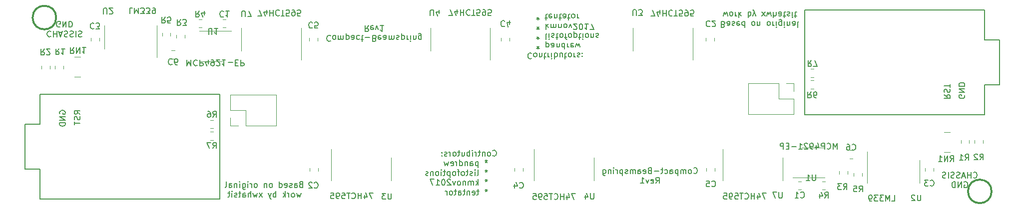
<source format=gbr>
G04 #@! TF.GenerationSoftware,KiCad,Pcbnew,5.1.6+dfsg1-1~bpo10+1*
G04 #@! TF.CreationDate,2020-08-17T15:44:58+03:00*
G04 #@! TF.ProjectId,beam_p,6265616d-5f70-42e6-9b69-6361645f7063,0.0.3*
G04 #@! TF.SameCoordinates,PX6a55ae0PY872eef0*
G04 #@! TF.FileFunction,Legend,Bot*
G04 #@! TF.FilePolarity,Positive*
%FSLAX46Y46*%
G04 Gerber Fmt 4.6, Leading zero omitted, Abs format (unit mm)*
G04 Created by KiCad (PCBNEW 5.1.6+dfsg1-1~bpo10+1) date 2020-08-17 15:44:58*
%MOMM*%
%LPD*%
G01*
G04 APERTURE LIST*
%ADD10C,0.150000*%
%ADD11C,0.120000*%
%ADD12C,0.300000*%
G04 APERTURE END LIST*
D10*
X45340476Y3046429D02*
X45197619Y2998810D01*
X45150000Y2951191D01*
X45102380Y2855953D01*
X45102380Y2713096D01*
X45150000Y2617858D01*
X45197619Y2570239D01*
X45292857Y2522620D01*
X45673809Y2522620D01*
X45673809Y3522620D01*
X45340476Y3522620D01*
X45245238Y3475000D01*
X45197619Y3427381D01*
X45150000Y3332143D01*
X45150000Y3236905D01*
X45197619Y3141667D01*
X45245238Y3094048D01*
X45340476Y3046429D01*
X45673809Y3046429D01*
X44245238Y2522620D02*
X44245238Y3046429D01*
X44292857Y3141667D01*
X44388095Y3189286D01*
X44578571Y3189286D01*
X44673809Y3141667D01*
X44245238Y2570239D02*
X44340476Y2522620D01*
X44578571Y2522620D01*
X44673809Y2570239D01*
X44721428Y2665477D01*
X44721428Y2760715D01*
X44673809Y2855953D01*
X44578571Y2903572D01*
X44340476Y2903572D01*
X44245238Y2951191D01*
X43816666Y2570239D02*
X43721428Y2522620D01*
X43530952Y2522620D01*
X43435714Y2570239D01*
X43388095Y2665477D01*
X43388095Y2713096D01*
X43435714Y2808334D01*
X43530952Y2855953D01*
X43673809Y2855953D01*
X43769047Y2903572D01*
X43816666Y2998810D01*
X43816666Y3046429D01*
X43769047Y3141667D01*
X43673809Y3189286D01*
X43530952Y3189286D01*
X43435714Y3141667D01*
X42578571Y2570239D02*
X42673809Y2522620D01*
X42864285Y2522620D01*
X42959523Y2570239D01*
X43007142Y2665477D01*
X43007142Y3046429D01*
X42959523Y3141667D01*
X42864285Y3189286D01*
X42673809Y3189286D01*
X42578571Y3141667D01*
X42530952Y3046429D01*
X42530952Y2951191D01*
X43007142Y2855953D01*
X41673809Y2522620D02*
X41673809Y3522620D01*
X41673809Y2570239D02*
X41769047Y2522620D01*
X41959523Y2522620D01*
X42054761Y2570239D01*
X42102380Y2617858D01*
X42150000Y2713096D01*
X42150000Y2998810D01*
X42102380Y3094048D01*
X42054761Y3141667D01*
X41959523Y3189286D01*
X41769047Y3189286D01*
X41673809Y3141667D01*
X40292857Y2522620D02*
X40388095Y2570239D01*
X40435714Y2617858D01*
X40483333Y2713096D01*
X40483333Y2998810D01*
X40435714Y3094048D01*
X40388095Y3141667D01*
X40292857Y3189286D01*
X40150000Y3189286D01*
X40054761Y3141667D01*
X40007142Y3094048D01*
X39959523Y2998810D01*
X39959523Y2713096D01*
X40007142Y2617858D01*
X40054761Y2570239D01*
X40150000Y2522620D01*
X40292857Y2522620D01*
X39530952Y3189286D02*
X39530952Y2522620D01*
X39530952Y3094048D02*
X39483333Y3141667D01*
X39388095Y3189286D01*
X39245238Y3189286D01*
X39150000Y3141667D01*
X39102380Y3046429D01*
X39102380Y2522620D01*
X37721428Y2522620D02*
X37816666Y2570239D01*
X37864285Y2617858D01*
X37911904Y2713096D01*
X37911904Y2998810D01*
X37864285Y3094048D01*
X37816666Y3141667D01*
X37721428Y3189286D01*
X37578571Y3189286D01*
X37483333Y3141667D01*
X37435714Y3094048D01*
X37388095Y2998810D01*
X37388095Y2713096D01*
X37435714Y2617858D01*
X37483333Y2570239D01*
X37578571Y2522620D01*
X37721428Y2522620D01*
X36959523Y2522620D02*
X36959523Y3189286D01*
X36959523Y2998810D02*
X36911904Y3094048D01*
X36864285Y3141667D01*
X36769047Y3189286D01*
X36673809Y3189286D01*
X36340476Y2522620D02*
X36340476Y3189286D01*
X36340476Y3522620D02*
X36388095Y3475000D01*
X36340476Y3427381D01*
X36292857Y3475000D01*
X36340476Y3522620D01*
X36340476Y3427381D01*
X35435714Y3189286D02*
X35435714Y2379762D01*
X35483333Y2284524D01*
X35530952Y2236905D01*
X35626190Y2189286D01*
X35769047Y2189286D01*
X35864285Y2236905D01*
X35435714Y2570239D02*
X35530952Y2522620D01*
X35721428Y2522620D01*
X35816666Y2570239D01*
X35864285Y2617858D01*
X35911904Y2713096D01*
X35911904Y2998810D01*
X35864285Y3094048D01*
X35816666Y3141667D01*
X35721428Y3189286D01*
X35530952Y3189286D01*
X35435714Y3141667D01*
X34959523Y2522620D02*
X34959523Y3189286D01*
X34959523Y3522620D02*
X35007142Y3475000D01*
X34959523Y3427381D01*
X34911904Y3475000D01*
X34959523Y3522620D01*
X34959523Y3427381D01*
X34483333Y3189286D02*
X34483333Y2522620D01*
X34483333Y3094048D02*
X34435714Y3141667D01*
X34340476Y3189286D01*
X34197619Y3189286D01*
X34102380Y3141667D01*
X34054761Y3046429D01*
X34054761Y2522620D01*
X33150000Y2522620D02*
X33150000Y3046429D01*
X33197619Y3141667D01*
X33292857Y3189286D01*
X33483333Y3189286D01*
X33578571Y3141667D01*
X33150000Y2570239D02*
X33245238Y2522620D01*
X33483333Y2522620D01*
X33578571Y2570239D01*
X33626190Y2665477D01*
X33626190Y2760715D01*
X33578571Y2855953D01*
X33483333Y2903572D01*
X33245238Y2903572D01*
X33150000Y2951191D01*
X32530952Y2522620D02*
X32626190Y2570239D01*
X32673809Y2665477D01*
X32673809Y3522620D01*
X45340476Y1539286D02*
X45150000Y872620D01*
X44959523Y1348810D01*
X44769047Y872620D01*
X44578571Y1539286D01*
X44054761Y872620D02*
X44150000Y920239D01*
X44197619Y967858D01*
X44245238Y1063096D01*
X44245238Y1348810D01*
X44197619Y1444048D01*
X44150000Y1491667D01*
X44054761Y1539286D01*
X43911904Y1539286D01*
X43816666Y1491667D01*
X43769047Y1444048D01*
X43721428Y1348810D01*
X43721428Y1063096D01*
X43769047Y967858D01*
X43816666Y920239D01*
X43911904Y872620D01*
X44054761Y872620D01*
X43292857Y872620D02*
X43292857Y1539286D01*
X43292857Y1348810D02*
X43245238Y1444048D01*
X43197619Y1491667D01*
X43102380Y1539286D01*
X43007142Y1539286D01*
X42673809Y872620D02*
X42673809Y1872620D01*
X42578571Y1253572D02*
X42292857Y872620D01*
X42292857Y1539286D02*
X42673809Y1158334D01*
X41102380Y872620D02*
X41102380Y1872620D01*
X41102380Y1491667D02*
X41007142Y1539286D01*
X40816666Y1539286D01*
X40721428Y1491667D01*
X40673809Y1444048D01*
X40626190Y1348810D01*
X40626190Y1063096D01*
X40673809Y967858D01*
X40721428Y920239D01*
X40816666Y872620D01*
X41007142Y872620D01*
X41102380Y920239D01*
X40292857Y1539286D02*
X40054761Y872620D01*
X39816666Y1539286D02*
X40054761Y872620D01*
X40150000Y634524D01*
X40197619Y586905D01*
X40292857Y539286D01*
X38769047Y872620D02*
X38245238Y1539286D01*
X38769047Y1539286D02*
X38245238Y872620D01*
X37959523Y1539286D02*
X37769047Y872620D01*
X37578571Y1348810D01*
X37388095Y872620D01*
X37197619Y1539286D01*
X36816666Y872620D02*
X36816666Y1872620D01*
X36388095Y872620D02*
X36388095Y1396429D01*
X36435714Y1491667D01*
X36530952Y1539286D01*
X36673809Y1539286D01*
X36769047Y1491667D01*
X36816666Y1444048D01*
X35483333Y872620D02*
X35483333Y1396429D01*
X35530952Y1491667D01*
X35626190Y1539286D01*
X35816666Y1539286D01*
X35911904Y1491667D01*
X35483333Y920239D02*
X35578571Y872620D01*
X35816666Y872620D01*
X35911904Y920239D01*
X35959523Y1015477D01*
X35959523Y1110715D01*
X35911904Y1205953D01*
X35816666Y1253572D01*
X35578571Y1253572D01*
X35483333Y1301191D01*
X35150000Y1539286D02*
X34769047Y1539286D01*
X35007142Y1872620D02*
X35007142Y1015477D01*
X34959523Y920239D01*
X34864285Y872620D01*
X34769047Y872620D01*
X34483333Y920239D02*
X34388095Y872620D01*
X34197619Y872620D01*
X34102380Y920239D01*
X34054761Y1015477D01*
X34054761Y1063096D01*
X34102380Y1158334D01*
X34197619Y1205953D01*
X34340476Y1205953D01*
X34435714Y1253572D01*
X34483333Y1348810D01*
X34483333Y1396429D01*
X34435714Y1491667D01*
X34340476Y1539286D01*
X34197619Y1539286D01*
X34102380Y1491667D01*
X33626190Y872620D02*
X33626190Y1539286D01*
X33626190Y1872620D02*
X33673809Y1825000D01*
X33626190Y1777381D01*
X33578571Y1825000D01*
X33626190Y1872620D01*
X33626190Y1777381D01*
X33292857Y1539286D02*
X32911904Y1539286D01*
X33150000Y1872620D02*
X33150000Y1015477D01*
X33102380Y920239D01*
X33007142Y872620D01*
X32911904Y872620D01*
X4450000Y15011905D02*
X4402380Y15107143D01*
X4402380Y15250000D01*
X4450000Y15392858D01*
X4545238Y15488096D01*
X4640476Y15535715D01*
X4830952Y15583334D01*
X4973809Y15583334D01*
X5164285Y15535715D01*
X5259523Y15488096D01*
X5354761Y15392858D01*
X5402380Y15250000D01*
X5402380Y15154762D01*
X5354761Y15011905D01*
X5307142Y14964286D01*
X4973809Y14964286D01*
X4973809Y15154762D01*
X5402380Y14535715D02*
X4402380Y14535715D01*
X5402380Y13964286D01*
X4402380Y13964286D01*
X5402380Y13488096D02*
X4402380Y13488096D01*
X4402380Y13250000D01*
X4450000Y13107143D01*
X4545238Y13011905D01*
X4640476Y12964286D01*
X4830952Y12916667D01*
X4973809Y12916667D01*
X5164285Y12964286D01*
X5259523Y13011905D01*
X5354761Y13107143D01*
X5402380Y13250000D01*
X5402380Y13488096D01*
X7902380Y14947620D02*
X7426190Y15280953D01*
X7902380Y15519048D02*
X6902380Y15519048D01*
X6902380Y15138096D01*
X6950000Y15042858D01*
X6997619Y14995239D01*
X7092857Y14947620D01*
X7235714Y14947620D01*
X7330952Y14995239D01*
X7378571Y15042858D01*
X7426190Y15138096D01*
X7426190Y15519048D01*
X7854761Y14566667D02*
X7902380Y14423810D01*
X7902380Y14185715D01*
X7854761Y14090477D01*
X7807142Y14042858D01*
X7711904Y13995239D01*
X7616666Y13995239D01*
X7521428Y14042858D01*
X7473809Y14090477D01*
X7426190Y14185715D01*
X7378571Y14376191D01*
X7330952Y14471429D01*
X7283333Y14519048D01*
X7188095Y14566667D01*
X7092857Y14566667D01*
X6997619Y14519048D01*
X6950000Y14471429D01*
X6902380Y14376191D01*
X6902380Y14138096D01*
X6950000Y13995239D01*
X6902380Y13709524D02*
X6902380Y13138096D01*
X7902380Y13423810D02*
X6902380Y13423810D01*
X111904761Y4967858D02*
X111952380Y4920239D01*
X112095238Y4872620D01*
X112190476Y4872620D01*
X112333333Y4920239D01*
X112428571Y5015477D01*
X112476190Y5110715D01*
X112523809Y5301191D01*
X112523809Y5444048D01*
X112476190Y5634524D01*
X112428571Y5729762D01*
X112333333Y5825000D01*
X112190476Y5872620D01*
X112095238Y5872620D01*
X111952380Y5825000D01*
X111904761Y5777381D01*
X111333333Y4872620D02*
X111428571Y4920239D01*
X111476190Y4967858D01*
X111523809Y5063096D01*
X111523809Y5348810D01*
X111476190Y5444048D01*
X111428571Y5491667D01*
X111333333Y5539286D01*
X111190476Y5539286D01*
X111095238Y5491667D01*
X111047619Y5444048D01*
X111000000Y5348810D01*
X111000000Y5063096D01*
X111047619Y4967858D01*
X111095238Y4920239D01*
X111190476Y4872620D01*
X111333333Y4872620D01*
X110571428Y4872620D02*
X110571428Y5539286D01*
X110571428Y5444048D02*
X110523809Y5491667D01*
X110428571Y5539286D01*
X110285714Y5539286D01*
X110190476Y5491667D01*
X110142857Y5396429D01*
X110142857Y4872620D01*
X110142857Y5396429D02*
X110095238Y5491667D01*
X110000000Y5539286D01*
X109857142Y5539286D01*
X109761904Y5491667D01*
X109714285Y5396429D01*
X109714285Y4872620D01*
X109238095Y5539286D02*
X109238095Y4539286D01*
X109238095Y5491667D02*
X109142857Y5539286D01*
X108952380Y5539286D01*
X108857142Y5491667D01*
X108809523Y5444048D01*
X108761904Y5348810D01*
X108761904Y5063096D01*
X108809523Y4967858D01*
X108857142Y4920239D01*
X108952380Y4872620D01*
X109142857Y4872620D01*
X109238095Y4920239D01*
X107904761Y4872620D02*
X107904761Y5396429D01*
X107952380Y5491667D01*
X108047619Y5539286D01*
X108238095Y5539286D01*
X108333333Y5491667D01*
X107904761Y4920239D02*
X108000000Y4872620D01*
X108238095Y4872620D01*
X108333333Y4920239D01*
X108380952Y5015477D01*
X108380952Y5110715D01*
X108333333Y5205953D01*
X108238095Y5253572D01*
X108000000Y5253572D01*
X107904761Y5301191D01*
X107000000Y4920239D02*
X107095238Y4872620D01*
X107285714Y4872620D01*
X107380952Y4920239D01*
X107428571Y4967858D01*
X107476190Y5063096D01*
X107476190Y5348810D01*
X107428571Y5444048D01*
X107380952Y5491667D01*
X107285714Y5539286D01*
X107095238Y5539286D01*
X107000000Y5491667D01*
X106714285Y5539286D02*
X106333333Y5539286D01*
X106571428Y5872620D02*
X106571428Y5015477D01*
X106523809Y4920239D01*
X106428571Y4872620D01*
X106333333Y4872620D01*
X106000000Y5253572D02*
X105238095Y5253572D01*
X104428571Y5396429D02*
X104285714Y5348810D01*
X104238095Y5301191D01*
X104190476Y5205953D01*
X104190476Y5063096D01*
X104238095Y4967858D01*
X104285714Y4920239D01*
X104380952Y4872620D01*
X104761904Y4872620D01*
X104761904Y5872620D01*
X104428571Y5872620D01*
X104333333Y5825000D01*
X104285714Y5777381D01*
X104238095Y5682143D01*
X104238095Y5586905D01*
X104285714Y5491667D01*
X104333333Y5444048D01*
X104428571Y5396429D01*
X104761904Y5396429D01*
X103380952Y4920239D02*
X103476190Y4872620D01*
X103666666Y4872620D01*
X103761904Y4920239D01*
X103809523Y5015477D01*
X103809523Y5396429D01*
X103761904Y5491667D01*
X103666666Y5539286D01*
X103476190Y5539286D01*
X103380952Y5491667D01*
X103333333Y5396429D01*
X103333333Y5301191D01*
X103809523Y5205953D01*
X102476190Y4872620D02*
X102476190Y5396429D01*
X102523809Y5491667D01*
X102619047Y5539286D01*
X102809523Y5539286D01*
X102904761Y5491667D01*
X102476190Y4920239D02*
X102571428Y4872620D01*
X102809523Y4872620D01*
X102904761Y4920239D01*
X102952380Y5015477D01*
X102952380Y5110715D01*
X102904761Y5205953D01*
X102809523Y5253572D01*
X102571428Y5253572D01*
X102476190Y5301191D01*
X102000000Y4872620D02*
X102000000Y5539286D01*
X102000000Y5444048D02*
X101952380Y5491667D01*
X101857142Y5539286D01*
X101714285Y5539286D01*
X101619047Y5491667D01*
X101571428Y5396429D01*
X101571428Y4872620D01*
X101571428Y5396429D02*
X101523809Y5491667D01*
X101428571Y5539286D01*
X101285714Y5539286D01*
X101190476Y5491667D01*
X101142857Y5396429D01*
X101142857Y4872620D01*
X100714285Y4920239D02*
X100619047Y4872620D01*
X100428571Y4872620D01*
X100333333Y4920239D01*
X100285714Y5015477D01*
X100285714Y5063096D01*
X100333333Y5158334D01*
X100428571Y5205953D01*
X100571428Y5205953D01*
X100666666Y5253572D01*
X100714285Y5348810D01*
X100714285Y5396429D01*
X100666666Y5491667D01*
X100571428Y5539286D01*
X100428571Y5539286D01*
X100333333Y5491667D01*
X99857142Y5539286D02*
X99857142Y4539286D01*
X99857142Y5491667D02*
X99761904Y5539286D01*
X99571428Y5539286D01*
X99476190Y5491667D01*
X99428571Y5444048D01*
X99380952Y5348810D01*
X99380952Y5063096D01*
X99428571Y4967858D01*
X99476190Y4920239D01*
X99571428Y4872620D01*
X99761904Y4872620D01*
X99857142Y4920239D01*
X98952380Y4872620D02*
X98952380Y5539286D01*
X98952380Y5348810D02*
X98904761Y5444048D01*
X98857142Y5491667D01*
X98761904Y5539286D01*
X98666666Y5539286D01*
X98333333Y4872620D02*
X98333333Y5539286D01*
X98333333Y5872620D02*
X98380952Y5825000D01*
X98333333Y5777381D01*
X98285714Y5825000D01*
X98333333Y5872620D01*
X98333333Y5777381D01*
X97857142Y5539286D02*
X97857142Y4872620D01*
X97857142Y5444048D02*
X97809523Y5491667D01*
X97714285Y5539286D01*
X97571428Y5539286D01*
X97476190Y5491667D01*
X97428571Y5396429D01*
X97428571Y4872620D01*
X96523809Y5539286D02*
X96523809Y4729762D01*
X96571428Y4634524D01*
X96619047Y4586905D01*
X96714285Y4539286D01*
X96857142Y4539286D01*
X96952380Y4586905D01*
X96523809Y4920239D02*
X96619047Y4872620D01*
X96809523Y4872620D01*
X96904761Y4920239D01*
X96952380Y4967858D01*
X97000000Y5063096D01*
X97000000Y5348810D01*
X96952380Y5444048D01*
X96904761Y5491667D01*
X96809523Y5539286D01*
X96619047Y5539286D01*
X96523809Y5491667D01*
X105476190Y3222620D02*
X105809523Y3698810D01*
X106047619Y3222620D02*
X106047619Y4222620D01*
X105666666Y4222620D01*
X105571428Y4175000D01*
X105523809Y4127381D01*
X105476190Y4032143D01*
X105476190Y3889286D01*
X105523809Y3794048D01*
X105571428Y3746429D01*
X105666666Y3698810D01*
X106047619Y3698810D01*
X104666666Y3270239D02*
X104761904Y3222620D01*
X104952380Y3222620D01*
X105047619Y3270239D01*
X105095238Y3365477D01*
X105095238Y3746429D01*
X105047619Y3841667D01*
X104952380Y3889286D01*
X104761904Y3889286D01*
X104666666Y3841667D01*
X104619047Y3746429D01*
X104619047Y3651191D01*
X105095238Y3555953D01*
X104285714Y3889286D02*
X104047619Y3222620D01*
X103809523Y3889286D01*
X102904761Y3222620D02*
X103476190Y3222620D01*
X103190476Y3222620D02*
X103190476Y4222620D01*
X103285714Y4079762D01*
X103380952Y3984524D01*
X103476190Y3936905D01*
X77842976Y7942858D02*
X77890595Y7895239D01*
X78033452Y7847620D01*
X78128690Y7847620D01*
X78271547Y7895239D01*
X78366785Y7990477D01*
X78414404Y8085715D01*
X78462023Y8276191D01*
X78462023Y8419048D01*
X78414404Y8609524D01*
X78366785Y8704762D01*
X78271547Y8800000D01*
X78128690Y8847620D01*
X78033452Y8847620D01*
X77890595Y8800000D01*
X77842976Y8752381D01*
X77271547Y7847620D02*
X77366785Y7895239D01*
X77414404Y7942858D01*
X77462023Y8038096D01*
X77462023Y8323810D01*
X77414404Y8419048D01*
X77366785Y8466667D01*
X77271547Y8514286D01*
X77128690Y8514286D01*
X77033452Y8466667D01*
X76985833Y8419048D01*
X76938214Y8323810D01*
X76938214Y8038096D01*
X76985833Y7942858D01*
X77033452Y7895239D01*
X77128690Y7847620D01*
X77271547Y7847620D01*
X76509642Y8514286D02*
X76509642Y7847620D01*
X76509642Y8419048D02*
X76462023Y8466667D01*
X76366785Y8514286D01*
X76223928Y8514286D01*
X76128690Y8466667D01*
X76081071Y8371429D01*
X76081071Y7847620D01*
X75747738Y8514286D02*
X75366785Y8514286D01*
X75604880Y8847620D02*
X75604880Y7990477D01*
X75557261Y7895239D01*
X75462023Y7847620D01*
X75366785Y7847620D01*
X75033452Y7847620D02*
X75033452Y8514286D01*
X75033452Y8323810D02*
X74985833Y8419048D01*
X74938214Y8466667D01*
X74842976Y8514286D01*
X74747738Y8514286D01*
X74414404Y7847620D02*
X74414404Y8514286D01*
X74414404Y8847620D02*
X74462023Y8800000D01*
X74414404Y8752381D01*
X74366785Y8800000D01*
X74414404Y8847620D01*
X74414404Y8752381D01*
X73938214Y7847620D02*
X73938214Y8847620D01*
X73938214Y8466667D02*
X73842976Y8514286D01*
X73652500Y8514286D01*
X73557261Y8466667D01*
X73509642Y8419048D01*
X73462023Y8323810D01*
X73462023Y8038096D01*
X73509642Y7942858D01*
X73557261Y7895239D01*
X73652500Y7847620D01*
X73842976Y7847620D01*
X73938214Y7895239D01*
X72604880Y8514286D02*
X72604880Y7847620D01*
X73033452Y8514286D02*
X73033452Y7990477D01*
X72985833Y7895239D01*
X72890595Y7847620D01*
X72747738Y7847620D01*
X72652500Y7895239D01*
X72604880Y7942858D01*
X72271547Y8514286D02*
X71890595Y8514286D01*
X72128690Y8847620D02*
X72128690Y7990477D01*
X72081071Y7895239D01*
X71985833Y7847620D01*
X71890595Y7847620D01*
X71414404Y7847620D02*
X71509642Y7895239D01*
X71557261Y7942858D01*
X71604880Y8038096D01*
X71604880Y8323810D01*
X71557261Y8419048D01*
X71509642Y8466667D01*
X71414404Y8514286D01*
X71271547Y8514286D01*
X71176309Y8466667D01*
X71128690Y8419048D01*
X71081071Y8323810D01*
X71081071Y8038096D01*
X71128690Y7942858D01*
X71176309Y7895239D01*
X71271547Y7847620D01*
X71414404Y7847620D01*
X70652500Y7847620D02*
X70652500Y8514286D01*
X70652500Y8323810D02*
X70604880Y8419048D01*
X70557261Y8466667D01*
X70462023Y8514286D01*
X70366785Y8514286D01*
X70081071Y7895239D02*
X69985833Y7847620D01*
X69795357Y7847620D01*
X69700119Y7895239D01*
X69652500Y7990477D01*
X69652500Y8038096D01*
X69700119Y8133334D01*
X69795357Y8180953D01*
X69938214Y8180953D01*
X70033452Y8228572D01*
X70081071Y8323810D01*
X70081071Y8371429D01*
X70033452Y8466667D01*
X69938214Y8514286D01*
X69795357Y8514286D01*
X69700119Y8466667D01*
X69223928Y7942858D02*
X69176309Y7895239D01*
X69223928Y7847620D01*
X69271547Y7895239D01*
X69223928Y7942858D01*
X69223928Y7847620D01*
X69223928Y8466667D02*
X69176309Y8419048D01*
X69223928Y8371429D01*
X69271547Y8419048D01*
X69223928Y8466667D01*
X69223928Y8371429D01*
X76747738Y7197620D02*
X76747738Y6959524D01*
X76985833Y7054762D02*
X76747738Y6959524D01*
X76509642Y7054762D01*
X76890595Y6769048D02*
X76747738Y6959524D01*
X76604880Y6769048D01*
X75366785Y6864286D02*
X75366785Y5864286D01*
X75366785Y6816667D02*
X75271547Y6864286D01*
X75081071Y6864286D01*
X74985833Y6816667D01*
X74938214Y6769048D01*
X74890595Y6673810D01*
X74890595Y6388096D01*
X74938214Y6292858D01*
X74985833Y6245239D01*
X75081071Y6197620D01*
X75271547Y6197620D01*
X75366785Y6245239D01*
X74033452Y6197620D02*
X74033452Y6721429D01*
X74081071Y6816667D01*
X74176309Y6864286D01*
X74366785Y6864286D01*
X74462023Y6816667D01*
X74033452Y6245239D02*
X74128690Y6197620D01*
X74366785Y6197620D01*
X74462023Y6245239D01*
X74509642Y6340477D01*
X74509642Y6435715D01*
X74462023Y6530953D01*
X74366785Y6578572D01*
X74128690Y6578572D01*
X74033452Y6626191D01*
X73557261Y6864286D02*
X73557261Y6197620D01*
X73557261Y6769048D02*
X73509642Y6816667D01*
X73414404Y6864286D01*
X73271547Y6864286D01*
X73176309Y6816667D01*
X73128690Y6721429D01*
X73128690Y6197620D01*
X72223928Y6197620D02*
X72223928Y7197620D01*
X72223928Y6245239D02*
X72319166Y6197620D01*
X72509642Y6197620D01*
X72604880Y6245239D01*
X72652500Y6292858D01*
X72700119Y6388096D01*
X72700119Y6673810D01*
X72652500Y6769048D01*
X72604880Y6816667D01*
X72509642Y6864286D01*
X72319166Y6864286D01*
X72223928Y6816667D01*
X71747738Y6197620D02*
X71747738Y6864286D01*
X71747738Y6673810D02*
X71700119Y6769048D01*
X71652500Y6816667D01*
X71557261Y6864286D01*
X71462023Y6864286D01*
X70747738Y6245239D02*
X70842976Y6197620D01*
X71033452Y6197620D01*
X71128690Y6245239D01*
X71176309Y6340477D01*
X71176309Y6721429D01*
X71128690Y6816667D01*
X71033452Y6864286D01*
X70842976Y6864286D01*
X70747738Y6816667D01*
X70700119Y6721429D01*
X70700119Y6626191D01*
X71176309Y6530953D01*
X70366785Y6864286D02*
X70176309Y6197620D01*
X69985833Y6673810D01*
X69795357Y6197620D01*
X69604880Y6864286D01*
X76747738Y5547620D02*
X76747738Y5309524D01*
X76985833Y5404762D02*
X76747738Y5309524D01*
X76509642Y5404762D01*
X76890595Y5119048D02*
X76747738Y5309524D01*
X76604880Y5119048D01*
X75223928Y4547620D02*
X75319166Y4595239D01*
X75366785Y4690477D01*
X75366785Y5547620D01*
X74842976Y4547620D02*
X74842976Y5214286D01*
X74842976Y5547620D02*
X74890595Y5500000D01*
X74842976Y5452381D01*
X74795357Y5500000D01*
X74842976Y5547620D01*
X74842976Y5452381D01*
X74414404Y4595239D02*
X74319166Y4547620D01*
X74128690Y4547620D01*
X74033452Y4595239D01*
X73985833Y4690477D01*
X73985833Y4738096D01*
X74033452Y4833334D01*
X74128690Y4880953D01*
X74271547Y4880953D01*
X74366785Y4928572D01*
X74414404Y5023810D01*
X74414404Y5071429D01*
X74366785Y5166667D01*
X74271547Y5214286D01*
X74128690Y5214286D01*
X74033452Y5166667D01*
X73700119Y5214286D02*
X73319166Y5214286D01*
X73557261Y5547620D02*
X73557261Y4690477D01*
X73509642Y4595239D01*
X73414404Y4547620D01*
X73319166Y4547620D01*
X72842976Y4547620D02*
X72938214Y4595239D01*
X72985833Y4642858D01*
X73033452Y4738096D01*
X73033452Y5023810D01*
X72985833Y5119048D01*
X72938214Y5166667D01*
X72842976Y5214286D01*
X72700119Y5214286D01*
X72604880Y5166667D01*
X72557261Y5119048D01*
X72509642Y5023810D01*
X72509642Y4738096D01*
X72557261Y4642858D01*
X72604880Y4595239D01*
X72700119Y4547620D01*
X72842976Y4547620D01*
X72223928Y5214286D02*
X71842976Y5214286D01*
X72081071Y4547620D02*
X72081071Y5404762D01*
X72033452Y5500000D01*
X71938214Y5547620D01*
X71842976Y5547620D01*
X71366785Y4547620D02*
X71462023Y4595239D01*
X71509642Y4642858D01*
X71557261Y4738096D01*
X71557261Y5023810D01*
X71509642Y5119048D01*
X71462023Y5166667D01*
X71366785Y5214286D01*
X71223928Y5214286D01*
X71128690Y5166667D01*
X71081071Y5119048D01*
X71033452Y5023810D01*
X71033452Y4738096D01*
X71081071Y4642858D01*
X71128690Y4595239D01*
X71223928Y4547620D01*
X71366785Y4547620D01*
X70604880Y5214286D02*
X70604880Y4214286D01*
X70604880Y5166667D02*
X70509642Y5214286D01*
X70319166Y5214286D01*
X70223928Y5166667D01*
X70176309Y5119048D01*
X70128690Y5023810D01*
X70128690Y4738096D01*
X70176309Y4642858D01*
X70223928Y4595239D01*
X70319166Y4547620D01*
X70509642Y4547620D01*
X70604880Y4595239D01*
X69842976Y5214286D02*
X69462023Y5214286D01*
X69700119Y5547620D02*
X69700119Y4690477D01*
X69652500Y4595239D01*
X69557261Y4547620D01*
X69462023Y4547620D01*
X69128690Y4547620D02*
X69128690Y5214286D01*
X69128690Y5547620D02*
X69176309Y5500000D01*
X69128690Y5452381D01*
X69081071Y5500000D01*
X69128690Y5547620D01*
X69128690Y5452381D01*
X68509642Y4547620D02*
X68604880Y4595239D01*
X68652500Y4642858D01*
X68700119Y4738096D01*
X68700119Y5023810D01*
X68652500Y5119048D01*
X68604880Y5166667D01*
X68509642Y5214286D01*
X68366785Y5214286D01*
X68271547Y5166667D01*
X68223928Y5119048D01*
X68176309Y5023810D01*
X68176309Y4738096D01*
X68223928Y4642858D01*
X68271547Y4595239D01*
X68366785Y4547620D01*
X68509642Y4547620D01*
X67747738Y5214286D02*
X67747738Y4547620D01*
X67747738Y5119048D02*
X67700119Y5166667D01*
X67604880Y5214286D01*
X67462023Y5214286D01*
X67366785Y5166667D01*
X67319166Y5071429D01*
X67319166Y4547620D01*
X66890595Y4595239D02*
X66795357Y4547620D01*
X66604880Y4547620D01*
X66509642Y4595239D01*
X66462023Y4690477D01*
X66462023Y4738096D01*
X66509642Y4833334D01*
X66604880Y4880953D01*
X66747738Y4880953D01*
X66842976Y4928572D01*
X66890595Y5023810D01*
X66890595Y5071429D01*
X66842976Y5166667D01*
X66747738Y5214286D01*
X66604880Y5214286D01*
X66509642Y5166667D01*
X76747738Y3897620D02*
X76747738Y3659524D01*
X76985833Y3754762D02*
X76747738Y3659524D01*
X76509642Y3754762D01*
X76890595Y3469048D02*
X76747738Y3659524D01*
X76604880Y3469048D01*
X75366785Y2897620D02*
X75366785Y3897620D01*
X75271547Y3278572D02*
X74985833Y2897620D01*
X74985833Y3564286D02*
X75366785Y3183334D01*
X74557261Y2897620D02*
X74557261Y3564286D01*
X74557261Y3469048D02*
X74509642Y3516667D01*
X74414404Y3564286D01*
X74271547Y3564286D01*
X74176309Y3516667D01*
X74128690Y3421429D01*
X74128690Y2897620D01*
X74128690Y3421429D02*
X74081071Y3516667D01*
X73985833Y3564286D01*
X73842976Y3564286D01*
X73747738Y3516667D01*
X73700119Y3421429D01*
X73700119Y2897620D01*
X73223928Y3564286D02*
X73223928Y2897620D01*
X73223928Y3469048D02*
X73176309Y3516667D01*
X73081071Y3564286D01*
X72938214Y3564286D01*
X72842976Y3516667D01*
X72795357Y3421429D01*
X72795357Y2897620D01*
X72176309Y2897620D02*
X72271547Y2945239D01*
X72319166Y2992858D01*
X72366785Y3088096D01*
X72366785Y3373810D01*
X72319166Y3469048D01*
X72271547Y3516667D01*
X72176309Y3564286D01*
X72033452Y3564286D01*
X71938214Y3516667D01*
X71890595Y3469048D01*
X71842976Y3373810D01*
X71842976Y3088096D01*
X71890595Y2992858D01*
X71938214Y2945239D01*
X72033452Y2897620D01*
X72176309Y2897620D01*
X71509642Y3564286D02*
X71271547Y2897620D01*
X71033452Y3564286D01*
X70700119Y3802381D02*
X70652500Y3850000D01*
X70557261Y3897620D01*
X70319166Y3897620D01*
X70223928Y3850000D01*
X70176309Y3802381D01*
X70128690Y3707143D01*
X70128690Y3611905D01*
X70176309Y3469048D01*
X70747738Y2897620D01*
X70128690Y2897620D01*
X69509642Y3897620D02*
X69414404Y3897620D01*
X69319166Y3850000D01*
X69271547Y3802381D01*
X69223928Y3707143D01*
X69176309Y3516667D01*
X69176309Y3278572D01*
X69223928Y3088096D01*
X69271547Y2992858D01*
X69319166Y2945239D01*
X69414404Y2897620D01*
X69509642Y2897620D01*
X69604880Y2945239D01*
X69652500Y2992858D01*
X69700119Y3088096D01*
X69747738Y3278572D01*
X69747738Y3516667D01*
X69700119Y3707143D01*
X69652500Y3802381D01*
X69604880Y3850000D01*
X69509642Y3897620D01*
X68223928Y2897620D02*
X68795357Y2897620D01*
X68509642Y2897620D02*
X68509642Y3897620D01*
X68604880Y3754762D01*
X68700119Y3659524D01*
X68795357Y3611905D01*
X67890595Y3897620D02*
X67223928Y3897620D01*
X67652500Y2897620D01*
X76747738Y2247620D02*
X76747738Y2009524D01*
X76985833Y2104762D02*
X76747738Y2009524D01*
X76509642Y2104762D01*
X76890595Y1819048D02*
X76747738Y2009524D01*
X76604880Y1819048D01*
X75509642Y1914286D02*
X75128690Y1914286D01*
X75366785Y2247620D02*
X75366785Y1390477D01*
X75319166Y1295239D01*
X75223928Y1247620D01*
X75128690Y1247620D01*
X74414404Y1295239D02*
X74509642Y1247620D01*
X74700119Y1247620D01*
X74795357Y1295239D01*
X74842976Y1390477D01*
X74842976Y1771429D01*
X74795357Y1866667D01*
X74700119Y1914286D01*
X74509642Y1914286D01*
X74414404Y1866667D01*
X74366785Y1771429D01*
X74366785Y1676191D01*
X74842976Y1580953D01*
X73938214Y1914286D02*
X73938214Y1247620D01*
X73938214Y1819048D02*
X73890595Y1866667D01*
X73795357Y1914286D01*
X73652500Y1914286D01*
X73557261Y1866667D01*
X73509642Y1771429D01*
X73509642Y1247620D01*
X73176309Y1914286D02*
X72795357Y1914286D01*
X73033452Y2247620D02*
X73033452Y1390477D01*
X72985833Y1295239D01*
X72890595Y1247620D01*
X72795357Y1247620D01*
X72033452Y1247620D02*
X72033452Y1771429D01*
X72081071Y1866667D01*
X72176309Y1914286D01*
X72366785Y1914286D01*
X72462023Y1866667D01*
X72033452Y1295239D02*
X72128690Y1247620D01*
X72366785Y1247620D01*
X72462023Y1295239D01*
X72509642Y1390477D01*
X72509642Y1485715D01*
X72462023Y1580953D01*
X72366785Y1628572D01*
X72128690Y1628572D01*
X72033452Y1676191D01*
X71700119Y1914286D02*
X71319166Y1914286D01*
X71557261Y2247620D02*
X71557261Y1390477D01*
X71509642Y1295239D01*
X71414404Y1247620D01*
X71319166Y1247620D01*
X70842976Y1247620D02*
X70938214Y1295239D01*
X70985833Y1342858D01*
X71033452Y1438096D01*
X71033452Y1723810D01*
X70985833Y1819048D01*
X70938214Y1866667D01*
X70842976Y1914286D01*
X70700119Y1914286D01*
X70604880Y1866667D01*
X70557261Y1819048D01*
X70509642Y1723810D01*
X70509642Y1438096D01*
X70557261Y1342858D01*
X70604880Y1295239D01*
X70700119Y1247620D01*
X70842976Y1247620D01*
X70081071Y1247620D02*
X70081071Y1914286D01*
X70081071Y1723810D02*
X70033452Y1819048D01*
X69985833Y1866667D01*
X69890595Y1914286D01*
X69795357Y1914286D01*
X159309523Y4217858D02*
X159357142Y4170239D01*
X159500000Y4122620D01*
X159595238Y4122620D01*
X159738095Y4170239D01*
X159833333Y4265477D01*
X159880952Y4360715D01*
X159928571Y4551191D01*
X159928571Y4694048D01*
X159880952Y4884524D01*
X159833333Y4979762D01*
X159738095Y5075000D01*
X159595238Y5122620D01*
X159500000Y5122620D01*
X159357142Y5075000D01*
X159309523Y5027381D01*
X158880952Y4122620D02*
X158880952Y5122620D01*
X158880952Y4646429D02*
X158309523Y4646429D01*
X158309523Y4122620D02*
X158309523Y5122620D01*
X157880952Y4408334D02*
X157404761Y4408334D01*
X157976190Y4122620D02*
X157642857Y5122620D01*
X157309523Y4122620D01*
X157023809Y4170239D02*
X156880952Y4122620D01*
X156642857Y4122620D01*
X156547619Y4170239D01*
X156500000Y4217858D01*
X156452380Y4313096D01*
X156452380Y4408334D01*
X156500000Y4503572D01*
X156547619Y4551191D01*
X156642857Y4598810D01*
X156833333Y4646429D01*
X156928571Y4694048D01*
X156976190Y4741667D01*
X157023809Y4836905D01*
X157023809Y4932143D01*
X156976190Y5027381D01*
X156928571Y5075000D01*
X156833333Y5122620D01*
X156595238Y5122620D01*
X156452380Y5075000D01*
X156071428Y4170239D02*
X155928571Y4122620D01*
X155690476Y4122620D01*
X155595238Y4170239D01*
X155547619Y4217858D01*
X155500000Y4313096D01*
X155500000Y4408334D01*
X155547619Y4503572D01*
X155595238Y4551191D01*
X155690476Y4598810D01*
X155880952Y4646429D01*
X155976190Y4694048D01*
X156023809Y4741667D01*
X156071428Y4836905D01*
X156071428Y4932143D01*
X156023809Y5027381D01*
X155976190Y5075000D01*
X155880952Y5122620D01*
X155642857Y5122620D01*
X155500000Y5075000D01*
X155071428Y4122620D02*
X155071428Y5122620D01*
X154642857Y4170239D02*
X154500000Y4122620D01*
X154261904Y4122620D01*
X154166666Y4170239D01*
X154119047Y4217858D01*
X154071428Y4313096D01*
X154071428Y4408334D01*
X154119047Y4503572D01*
X154166666Y4551191D01*
X154261904Y4598810D01*
X154452380Y4646429D01*
X154547619Y4694048D01*
X154595238Y4741667D01*
X154642857Y4836905D01*
X154642857Y4932143D01*
X154595238Y5027381D01*
X154547619Y5075000D01*
X154452380Y5122620D01*
X154214285Y5122620D01*
X154071428Y5075000D01*
X157761904Y3425000D02*
X157857142Y3472620D01*
X158000000Y3472620D01*
X158142857Y3425000D01*
X158238095Y3329762D01*
X158285714Y3234524D01*
X158333333Y3044048D01*
X158333333Y2901191D01*
X158285714Y2710715D01*
X158238095Y2615477D01*
X158142857Y2520239D01*
X158000000Y2472620D01*
X157904761Y2472620D01*
X157761904Y2520239D01*
X157714285Y2567858D01*
X157714285Y2901191D01*
X157904761Y2901191D01*
X157285714Y2472620D02*
X157285714Y3472620D01*
X156714285Y2472620D01*
X156714285Y3472620D01*
X156238095Y2472620D02*
X156238095Y3472620D01*
X156000000Y3472620D01*
X155857142Y3425000D01*
X155761904Y3329762D01*
X155714285Y3234524D01*
X155666666Y3044048D01*
X155666666Y2901191D01*
X155714285Y2710715D01*
X155761904Y2615477D01*
X155857142Y2520239D01*
X156000000Y2472620D01*
X156238095Y2472620D01*
X116909523Y30153572D02*
X117052380Y30201191D01*
X117100000Y30248810D01*
X117147619Y30344048D01*
X117147619Y30486905D01*
X117100000Y30582143D01*
X117052380Y30629762D01*
X116957142Y30677381D01*
X116576190Y30677381D01*
X116576190Y29677381D01*
X116909523Y29677381D01*
X117004761Y29725000D01*
X117052380Y29772620D01*
X117100000Y29867858D01*
X117100000Y29963096D01*
X117052380Y30058334D01*
X117004761Y30105953D01*
X116909523Y30153572D01*
X116576190Y30153572D01*
X118004761Y30677381D02*
X118004761Y30153572D01*
X117957142Y30058334D01*
X117861904Y30010715D01*
X117671428Y30010715D01*
X117576190Y30058334D01*
X118004761Y30629762D02*
X117909523Y30677381D01*
X117671428Y30677381D01*
X117576190Y30629762D01*
X117528571Y30534524D01*
X117528571Y30439286D01*
X117576190Y30344048D01*
X117671428Y30296429D01*
X117909523Y30296429D01*
X118004761Y30248810D01*
X118433333Y30629762D02*
X118528571Y30677381D01*
X118719047Y30677381D01*
X118814285Y30629762D01*
X118861904Y30534524D01*
X118861904Y30486905D01*
X118814285Y30391667D01*
X118719047Y30344048D01*
X118576190Y30344048D01*
X118480952Y30296429D01*
X118433333Y30201191D01*
X118433333Y30153572D01*
X118480952Y30058334D01*
X118576190Y30010715D01*
X118719047Y30010715D01*
X118814285Y30058334D01*
X119671428Y30629762D02*
X119576190Y30677381D01*
X119385714Y30677381D01*
X119290476Y30629762D01*
X119242857Y30534524D01*
X119242857Y30153572D01*
X119290476Y30058334D01*
X119385714Y30010715D01*
X119576190Y30010715D01*
X119671428Y30058334D01*
X119719047Y30153572D01*
X119719047Y30248810D01*
X119242857Y30344048D01*
X120576190Y30677381D02*
X120576190Y29677381D01*
X120576190Y30629762D02*
X120480952Y30677381D01*
X120290476Y30677381D01*
X120195238Y30629762D01*
X120147619Y30582143D01*
X120100000Y30486905D01*
X120100000Y30201191D01*
X120147619Y30105953D01*
X120195238Y30058334D01*
X120290476Y30010715D01*
X120480952Y30010715D01*
X120576190Y30058334D01*
X121957142Y30677381D02*
X121861904Y30629762D01*
X121814285Y30582143D01*
X121766666Y30486905D01*
X121766666Y30201191D01*
X121814285Y30105953D01*
X121861904Y30058334D01*
X121957142Y30010715D01*
X122100000Y30010715D01*
X122195238Y30058334D01*
X122242857Y30105953D01*
X122290476Y30201191D01*
X122290476Y30486905D01*
X122242857Y30582143D01*
X122195238Y30629762D01*
X122100000Y30677381D01*
X121957142Y30677381D01*
X122719047Y30010715D02*
X122719047Y30677381D01*
X122719047Y30105953D02*
X122766666Y30058334D01*
X122861904Y30010715D01*
X123004761Y30010715D01*
X123100000Y30058334D01*
X123147619Y30153572D01*
X123147619Y30677381D01*
X124528571Y30677381D02*
X124433333Y30629762D01*
X124385714Y30582143D01*
X124338095Y30486905D01*
X124338095Y30201191D01*
X124385714Y30105953D01*
X124433333Y30058334D01*
X124528571Y30010715D01*
X124671428Y30010715D01*
X124766666Y30058334D01*
X124814285Y30105953D01*
X124861904Y30201191D01*
X124861904Y30486905D01*
X124814285Y30582143D01*
X124766666Y30629762D01*
X124671428Y30677381D01*
X124528571Y30677381D01*
X125290476Y30677381D02*
X125290476Y30010715D01*
X125290476Y30201191D02*
X125338095Y30105953D01*
X125385714Y30058334D01*
X125480952Y30010715D01*
X125576190Y30010715D01*
X125909523Y30677381D02*
X125909523Y30010715D01*
X125909523Y29677381D02*
X125861904Y29725000D01*
X125909523Y29772620D01*
X125957142Y29725000D01*
X125909523Y29677381D01*
X125909523Y29772620D01*
X126814285Y30010715D02*
X126814285Y30820239D01*
X126766666Y30915477D01*
X126719047Y30963096D01*
X126623809Y31010715D01*
X126480952Y31010715D01*
X126385714Y30963096D01*
X126814285Y30629762D02*
X126719047Y30677381D01*
X126528571Y30677381D01*
X126433333Y30629762D01*
X126385714Y30582143D01*
X126338095Y30486905D01*
X126338095Y30201191D01*
X126385714Y30105953D01*
X126433333Y30058334D01*
X126528571Y30010715D01*
X126719047Y30010715D01*
X126814285Y30058334D01*
X127290476Y30677381D02*
X127290476Y30010715D01*
X127290476Y29677381D02*
X127242857Y29725000D01*
X127290476Y29772620D01*
X127338095Y29725000D01*
X127290476Y29677381D01*
X127290476Y29772620D01*
X127766666Y30010715D02*
X127766666Y30677381D01*
X127766666Y30105953D02*
X127814285Y30058334D01*
X127909523Y30010715D01*
X128052380Y30010715D01*
X128147619Y30058334D01*
X128195238Y30153572D01*
X128195238Y30677381D01*
X129100000Y30677381D02*
X129100000Y30153572D01*
X129052380Y30058334D01*
X128957142Y30010715D01*
X128766666Y30010715D01*
X128671428Y30058334D01*
X129100000Y30629762D02*
X129004761Y30677381D01*
X128766666Y30677381D01*
X128671428Y30629762D01*
X128623809Y30534524D01*
X128623809Y30439286D01*
X128671428Y30344048D01*
X128766666Y30296429D01*
X129004761Y30296429D01*
X129100000Y30248810D01*
X129719047Y30677381D02*
X129623809Y30629762D01*
X129576190Y30534524D01*
X129576190Y29677381D01*
X116909523Y31660715D02*
X117100000Y32327381D01*
X117290476Y31851191D01*
X117480952Y32327381D01*
X117671428Y31660715D01*
X118195238Y32327381D02*
X118100000Y32279762D01*
X118052380Y32232143D01*
X118004761Y32136905D01*
X118004761Y31851191D01*
X118052380Y31755953D01*
X118100000Y31708334D01*
X118195238Y31660715D01*
X118338095Y31660715D01*
X118433333Y31708334D01*
X118480952Y31755953D01*
X118528571Y31851191D01*
X118528571Y32136905D01*
X118480952Y32232143D01*
X118433333Y32279762D01*
X118338095Y32327381D01*
X118195238Y32327381D01*
X118957142Y32327381D02*
X118957142Y31660715D01*
X118957142Y31851191D02*
X119004761Y31755953D01*
X119052380Y31708334D01*
X119147619Y31660715D01*
X119242857Y31660715D01*
X119576190Y32327381D02*
X119576190Y31327381D01*
X119671428Y31946429D02*
X119957142Y32327381D01*
X119957142Y31660715D02*
X119576190Y32041667D01*
X121147619Y32327381D02*
X121147619Y31327381D01*
X121147619Y31708334D02*
X121242857Y31660715D01*
X121433333Y31660715D01*
X121528571Y31708334D01*
X121576190Y31755953D01*
X121623809Y31851191D01*
X121623809Y32136905D01*
X121576190Y32232143D01*
X121528571Y32279762D01*
X121433333Y32327381D01*
X121242857Y32327381D01*
X121147619Y32279762D01*
X121957142Y31660715D02*
X122195238Y32327381D01*
X122433333Y31660715D02*
X122195238Y32327381D01*
X122100000Y32565477D01*
X122052380Y32613096D01*
X121957142Y32660715D01*
X123480952Y32327381D02*
X124004761Y31660715D01*
X123480952Y31660715D02*
X124004761Y32327381D01*
X124290476Y31660715D02*
X124480952Y32327381D01*
X124671428Y31851191D01*
X124861904Y32327381D01*
X125052380Y31660715D01*
X125433333Y32327381D02*
X125433333Y31327381D01*
X125861904Y32327381D02*
X125861904Y31803572D01*
X125814285Y31708334D01*
X125719047Y31660715D01*
X125576190Y31660715D01*
X125480952Y31708334D01*
X125433333Y31755953D01*
X126766666Y32327381D02*
X126766666Y31803572D01*
X126719047Y31708334D01*
X126623809Y31660715D01*
X126433333Y31660715D01*
X126338095Y31708334D01*
X126766666Y32279762D02*
X126671428Y32327381D01*
X126433333Y32327381D01*
X126338095Y32279762D01*
X126290476Y32184524D01*
X126290476Y32089286D01*
X126338095Y31994048D01*
X126433333Y31946429D01*
X126671428Y31946429D01*
X126766666Y31898810D01*
X127100000Y31660715D02*
X127480952Y31660715D01*
X127242857Y31327381D02*
X127242857Y32184524D01*
X127290476Y32279762D01*
X127385714Y32327381D01*
X127480952Y32327381D01*
X127766666Y32279762D02*
X127861904Y32327381D01*
X128052380Y32327381D01*
X128147619Y32279762D01*
X128195238Y32184524D01*
X128195238Y32136905D01*
X128147619Y32041667D01*
X128052380Y31994048D01*
X127909523Y31994048D01*
X127814285Y31946429D01*
X127766666Y31851191D01*
X127766666Y31803572D01*
X127814285Y31708334D01*
X127909523Y31660715D01*
X128052380Y31660715D01*
X128147619Y31708334D01*
X128623809Y32327381D02*
X128623809Y31660715D01*
X128623809Y31327381D02*
X128576190Y31375000D01*
X128623809Y31422620D01*
X128671428Y31375000D01*
X128623809Y31327381D01*
X128623809Y31422620D01*
X128957142Y31660715D02*
X129338095Y31660715D01*
X129100000Y31327381D02*
X129100000Y32184524D01*
X129147619Y32279762D01*
X129242857Y32327381D01*
X129338095Y32327381D01*
X157800000Y18188096D02*
X157847619Y18092858D01*
X157847619Y17950000D01*
X157800000Y17807143D01*
X157704761Y17711905D01*
X157609523Y17664286D01*
X157419047Y17616667D01*
X157276190Y17616667D01*
X157085714Y17664286D01*
X156990476Y17711905D01*
X156895238Y17807143D01*
X156847619Y17950000D01*
X156847619Y18045239D01*
X156895238Y18188096D01*
X156942857Y18235715D01*
X157276190Y18235715D01*
X157276190Y18045239D01*
X156847619Y18664286D02*
X157847619Y18664286D01*
X156847619Y19235715D01*
X157847619Y19235715D01*
X156847619Y19711905D02*
X157847619Y19711905D01*
X157847619Y19950000D01*
X157800000Y20092858D01*
X157704761Y20188096D01*
X157609523Y20235715D01*
X157419047Y20283334D01*
X157276190Y20283334D01*
X157085714Y20235715D01*
X156990476Y20188096D01*
X156895238Y20092858D01*
X156847619Y19950000D01*
X156847619Y19711905D01*
X154347619Y18252381D02*
X154823809Y17919048D01*
X154347619Y17680953D02*
X155347619Y17680953D01*
X155347619Y18061905D01*
X155300000Y18157143D01*
X155252380Y18204762D01*
X155157142Y18252381D01*
X155014285Y18252381D01*
X154919047Y18204762D01*
X154871428Y18157143D01*
X154823809Y18061905D01*
X154823809Y17680953D01*
X154395238Y18633334D02*
X154347619Y18776191D01*
X154347619Y19014286D01*
X154395238Y19109524D01*
X154442857Y19157143D01*
X154538095Y19204762D01*
X154633333Y19204762D01*
X154728571Y19157143D01*
X154776190Y19109524D01*
X154823809Y19014286D01*
X154871428Y18823810D01*
X154919047Y18728572D01*
X154966666Y18680953D01*
X155061904Y18633334D01*
X155157142Y18633334D01*
X155252380Y18680953D01*
X155300000Y18728572D01*
X155347619Y18823810D01*
X155347619Y19061905D01*
X155300000Y19204762D01*
X155347619Y19490477D02*
X155347619Y20061905D01*
X154347619Y19776191D02*
X155347619Y19776191D01*
X50345238Y28232143D02*
X50297619Y28279762D01*
X50154761Y28327381D01*
X50059523Y28327381D01*
X49916666Y28279762D01*
X49821428Y28184524D01*
X49773809Y28089286D01*
X49726190Y27898810D01*
X49726190Y27755953D01*
X49773809Y27565477D01*
X49821428Y27470239D01*
X49916666Y27375000D01*
X50059523Y27327381D01*
X50154761Y27327381D01*
X50297619Y27375000D01*
X50345238Y27422620D01*
X50916666Y28327381D02*
X50821428Y28279762D01*
X50773809Y28232143D01*
X50726190Y28136905D01*
X50726190Y27851191D01*
X50773809Y27755953D01*
X50821428Y27708334D01*
X50916666Y27660715D01*
X51059523Y27660715D01*
X51154761Y27708334D01*
X51202380Y27755953D01*
X51250000Y27851191D01*
X51250000Y28136905D01*
X51202380Y28232143D01*
X51154761Y28279762D01*
X51059523Y28327381D01*
X50916666Y28327381D01*
X51678571Y28327381D02*
X51678571Y27660715D01*
X51678571Y27755953D02*
X51726190Y27708334D01*
X51821428Y27660715D01*
X51964285Y27660715D01*
X52059523Y27708334D01*
X52107142Y27803572D01*
X52107142Y28327381D01*
X52107142Y27803572D02*
X52154761Y27708334D01*
X52250000Y27660715D01*
X52392857Y27660715D01*
X52488095Y27708334D01*
X52535714Y27803572D01*
X52535714Y28327381D01*
X53011904Y27660715D02*
X53011904Y28660715D01*
X53011904Y27708334D02*
X53107142Y27660715D01*
X53297619Y27660715D01*
X53392857Y27708334D01*
X53440476Y27755953D01*
X53488095Y27851191D01*
X53488095Y28136905D01*
X53440476Y28232143D01*
X53392857Y28279762D01*
X53297619Y28327381D01*
X53107142Y28327381D01*
X53011904Y28279762D01*
X54345238Y28327381D02*
X54345238Y27803572D01*
X54297619Y27708334D01*
X54202380Y27660715D01*
X54011904Y27660715D01*
X53916666Y27708334D01*
X54345238Y28279762D02*
X54250000Y28327381D01*
X54011904Y28327381D01*
X53916666Y28279762D01*
X53869047Y28184524D01*
X53869047Y28089286D01*
X53916666Y27994048D01*
X54011904Y27946429D01*
X54250000Y27946429D01*
X54345238Y27898810D01*
X55250000Y28279762D02*
X55154761Y28327381D01*
X54964285Y28327381D01*
X54869047Y28279762D01*
X54821428Y28232143D01*
X54773809Y28136905D01*
X54773809Y27851191D01*
X54821428Y27755953D01*
X54869047Y27708334D01*
X54964285Y27660715D01*
X55154761Y27660715D01*
X55250000Y27708334D01*
X55535714Y27660715D02*
X55916666Y27660715D01*
X55678571Y27327381D02*
X55678571Y28184524D01*
X55726190Y28279762D01*
X55821428Y28327381D01*
X55916666Y28327381D01*
X56250000Y27946429D02*
X57011904Y27946429D01*
X57821428Y27803572D02*
X57964285Y27851191D01*
X58011904Y27898810D01*
X58059523Y27994048D01*
X58059523Y28136905D01*
X58011904Y28232143D01*
X57964285Y28279762D01*
X57869047Y28327381D01*
X57488095Y28327381D01*
X57488095Y27327381D01*
X57821428Y27327381D01*
X57916666Y27375000D01*
X57964285Y27422620D01*
X58011904Y27517858D01*
X58011904Y27613096D01*
X57964285Y27708334D01*
X57916666Y27755953D01*
X57821428Y27803572D01*
X57488095Y27803572D01*
X58869047Y28279762D02*
X58773809Y28327381D01*
X58583333Y28327381D01*
X58488095Y28279762D01*
X58440476Y28184524D01*
X58440476Y27803572D01*
X58488095Y27708334D01*
X58583333Y27660715D01*
X58773809Y27660715D01*
X58869047Y27708334D01*
X58916666Y27803572D01*
X58916666Y27898810D01*
X58440476Y27994048D01*
X59773809Y28327381D02*
X59773809Y27803572D01*
X59726190Y27708334D01*
X59630952Y27660715D01*
X59440476Y27660715D01*
X59345238Y27708334D01*
X59773809Y28279762D02*
X59678571Y28327381D01*
X59440476Y28327381D01*
X59345238Y28279762D01*
X59297619Y28184524D01*
X59297619Y28089286D01*
X59345238Y27994048D01*
X59440476Y27946429D01*
X59678571Y27946429D01*
X59773809Y27898810D01*
X60250000Y28327381D02*
X60250000Y27660715D01*
X60250000Y27755953D02*
X60297619Y27708334D01*
X60392857Y27660715D01*
X60535714Y27660715D01*
X60630952Y27708334D01*
X60678571Y27803572D01*
X60678571Y28327381D01*
X60678571Y27803572D02*
X60726190Y27708334D01*
X60821428Y27660715D01*
X60964285Y27660715D01*
X61059523Y27708334D01*
X61107142Y27803572D01*
X61107142Y28327381D01*
X61535714Y28279762D02*
X61630952Y28327381D01*
X61821428Y28327381D01*
X61916666Y28279762D01*
X61964285Y28184524D01*
X61964285Y28136905D01*
X61916666Y28041667D01*
X61821428Y27994048D01*
X61678571Y27994048D01*
X61583333Y27946429D01*
X61535714Y27851191D01*
X61535714Y27803572D01*
X61583333Y27708334D01*
X61678571Y27660715D01*
X61821428Y27660715D01*
X61916666Y27708334D01*
X62392857Y27660715D02*
X62392857Y28660715D01*
X62392857Y27708334D02*
X62488095Y27660715D01*
X62678571Y27660715D01*
X62773809Y27708334D01*
X62821428Y27755953D01*
X62869047Y27851191D01*
X62869047Y28136905D01*
X62821428Y28232143D01*
X62773809Y28279762D01*
X62678571Y28327381D01*
X62488095Y28327381D01*
X62392857Y28279762D01*
X63297619Y28327381D02*
X63297619Y27660715D01*
X63297619Y27851191D02*
X63345238Y27755953D01*
X63392857Y27708334D01*
X63488095Y27660715D01*
X63583333Y27660715D01*
X63916666Y28327381D02*
X63916666Y27660715D01*
X63916666Y27327381D02*
X63869047Y27375000D01*
X63916666Y27422620D01*
X63964285Y27375000D01*
X63916666Y27327381D01*
X63916666Y27422620D01*
X64392857Y27660715D02*
X64392857Y28327381D01*
X64392857Y27755953D02*
X64440476Y27708334D01*
X64535714Y27660715D01*
X64678571Y27660715D01*
X64773809Y27708334D01*
X64821428Y27803572D01*
X64821428Y28327381D01*
X65726190Y27660715D02*
X65726190Y28470239D01*
X65678571Y28565477D01*
X65630952Y28613096D01*
X65535714Y28660715D01*
X65392857Y28660715D01*
X65297619Y28613096D01*
X65726190Y28279762D02*
X65630952Y28327381D01*
X65440476Y28327381D01*
X65345238Y28279762D01*
X65297619Y28232143D01*
X65250000Y28136905D01*
X65250000Y27851191D01*
X65297619Y27755953D01*
X65345238Y27708334D01*
X65440476Y27660715D01*
X65630952Y27660715D01*
X65726190Y27708334D01*
X56773809Y29977381D02*
X56440476Y29501191D01*
X56202380Y29977381D02*
X56202380Y28977381D01*
X56583333Y28977381D01*
X56678571Y29025000D01*
X56726190Y29072620D01*
X56773809Y29167858D01*
X56773809Y29310715D01*
X56726190Y29405953D01*
X56678571Y29453572D01*
X56583333Y29501191D01*
X56202380Y29501191D01*
X57583333Y29929762D02*
X57488095Y29977381D01*
X57297619Y29977381D01*
X57202380Y29929762D01*
X57154761Y29834524D01*
X57154761Y29453572D01*
X57202380Y29358334D01*
X57297619Y29310715D01*
X57488095Y29310715D01*
X57583333Y29358334D01*
X57630952Y29453572D01*
X57630952Y29548810D01*
X57154761Y29644048D01*
X57964285Y29310715D02*
X58202380Y29977381D01*
X58440476Y29310715D01*
X59345238Y29977381D02*
X58773809Y29977381D01*
X59059523Y29977381D02*
X59059523Y28977381D01*
X58964285Y29120239D01*
X58869047Y29215477D01*
X58773809Y29263096D01*
X84407023Y25257143D02*
X84359404Y25304762D01*
X84216547Y25352381D01*
X84121309Y25352381D01*
X83978452Y25304762D01*
X83883214Y25209524D01*
X83835595Y25114286D01*
X83787976Y24923810D01*
X83787976Y24780953D01*
X83835595Y24590477D01*
X83883214Y24495239D01*
X83978452Y24400000D01*
X84121309Y24352381D01*
X84216547Y24352381D01*
X84359404Y24400000D01*
X84407023Y24447620D01*
X84978452Y25352381D02*
X84883214Y25304762D01*
X84835595Y25257143D01*
X84787976Y25161905D01*
X84787976Y24876191D01*
X84835595Y24780953D01*
X84883214Y24733334D01*
X84978452Y24685715D01*
X85121309Y24685715D01*
X85216547Y24733334D01*
X85264166Y24780953D01*
X85311785Y24876191D01*
X85311785Y25161905D01*
X85264166Y25257143D01*
X85216547Y25304762D01*
X85121309Y25352381D01*
X84978452Y25352381D01*
X85740357Y24685715D02*
X85740357Y25352381D01*
X85740357Y24780953D02*
X85787976Y24733334D01*
X85883214Y24685715D01*
X86026071Y24685715D01*
X86121309Y24733334D01*
X86168928Y24828572D01*
X86168928Y25352381D01*
X86502261Y24685715D02*
X86883214Y24685715D01*
X86645119Y24352381D02*
X86645119Y25209524D01*
X86692738Y25304762D01*
X86787976Y25352381D01*
X86883214Y25352381D01*
X87216547Y25352381D02*
X87216547Y24685715D01*
X87216547Y24876191D02*
X87264166Y24780953D01*
X87311785Y24733334D01*
X87407023Y24685715D01*
X87502261Y24685715D01*
X87835595Y25352381D02*
X87835595Y24685715D01*
X87835595Y24352381D02*
X87787976Y24400000D01*
X87835595Y24447620D01*
X87883214Y24400000D01*
X87835595Y24352381D01*
X87835595Y24447620D01*
X88311785Y25352381D02*
X88311785Y24352381D01*
X88311785Y24733334D02*
X88407023Y24685715D01*
X88597500Y24685715D01*
X88692738Y24733334D01*
X88740357Y24780953D01*
X88787976Y24876191D01*
X88787976Y25161905D01*
X88740357Y25257143D01*
X88692738Y25304762D01*
X88597500Y25352381D01*
X88407023Y25352381D01*
X88311785Y25304762D01*
X89645119Y24685715D02*
X89645119Y25352381D01*
X89216547Y24685715D02*
X89216547Y25209524D01*
X89264166Y25304762D01*
X89359404Y25352381D01*
X89502261Y25352381D01*
X89597500Y25304762D01*
X89645119Y25257143D01*
X89978452Y24685715D02*
X90359404Y24685715D01*
X90121309Y24352381D02*
X90121309Y25209524D01*
X90168928Y25304762D01*
X90264166Y25352381D01*
X90359404Y25352381D01*
X90835595Y25352381D02*
X90740357Y25304762D01*
X90692738Y25257143D01*
X90645119Y25161905D01*
X90645119Y24876191D01*
X90692738Y24780953D01*
X90740357Y24733334D01*
X90835595Y24685715D01*
X90978452Y24685715D01*
X91073690Y24733334D01*
X91121309Y24780953D01*
X91168928Y24876191D01*
X91168928Y25161905D01*
X91121309Y25257143D01*
X91073690Y25304762D01*
X90978452Y25352381D01*
X90835595Y25352381D01*
X91597500Y25352381D02*
X91597500Y24685715D01*
X91597500Y24876191D02*
X91645119Y24780953D01*
X91692738Y24733334D01*
X91787976Y24685715D01*
X91883214Y24685715D01*
X92168928Y25304762D02*
X92264166Y25352381D01*
X92454642Y25352381D01*
X92549880Y25304762D01*
X92597500Y25209524D01*
X92597500Y25161905D01*
X92549880Y25066667D01*
X92454642Y25019048D01*
X92311785Y25019048D01*
X92216547Y24971429D01*
X92168928Y24876191D01*
X92168928Y24828572D01*
X92216547Y24733334D01*
X92311785Y24685715D01*
X92454642Y24685715D01*
X92549880Y24733334D01*
X93026071Y25257143D02*
X93073690Y25304762D01*
X93026071Y25352381D01*
X92978452Y25304762D01*
X93026071Y25257143D01*
X93026071Y25352381D01*
X93026071Y24733334D02*
X93073690Y24780953D01*
X93026071Y24828572D01*
X92978452Y24780953D01*
X93026071Y24733334D01*
X93026071Y24828572D01*
X85502261Y26002381D02*
X85502261Y26240477D01*
X85264166Y26145239D02*
X85502261Y26240477D01*
X85740357Y26145239D01*
X85359404Y26430953D02*
X85502261Y26240477D01*
X85645119Y26430953D01*
X86883214Y26335715D02*
X86883214Y27335715D01*
X86883214Y26383334D02*
X86978452Y26335715D01*
X87168928Y26335715D01*
X87264166Y26383334D01*
X87311785Y26430953D01*
X87359404Y26526191D01*
X87359404Y26811905D01*
X87311785Y26907143D01*
X87264166Y26954762D01*
X87168928Y27002381D01*
X86978452Y27002381D01*
X86883214Y26954762D01*
X88216547Y27002381D02*
X88216547Y26478572D01*
X88168928Y26383334D01*
X88073690Y26335715D01*
X87883214Y26335715D01*
X87787976Y26383334D01*
X88216547Y26954762D02*
X88121309Y27002381D01*
X87883214Y27002381D01*
X87787976Y26954762D01*
X87740357Y26859524D01*
X87740357Y26764286D01*
X87787976Y26669048D01*
X87883214Y26621429D01*
X88121309Y26621429D01*
X88216547Y26573810D01*
X88692738Y26335715D02*
X88692738Y27002381D01*
X88692738Y26430953D02*
X88740357Y26383334D01*
X88835595Y26335715D01*
X88978452Y26335715D01*
X89073690Y26383334D01*
X89121309Y26478572D01*
X89121309Y27002381D01*
X90026071Y27002381D02*
X90026071Y26002381D01*
X90026071Y26954762D02*
X89930833Y27002381D01*
X89740357Y27002381D01*
X89645119Y26954762D01*
X89597500Y26907143D01*
X89549880Y26811905D01*
X89549880Y26526191D01*
X89597500Y26430953D01*
X89645119Y26383334D01*
X89740357Y26335715D01*
X89930833Y26335715D01*
X90026071Y26383334D01*
X90502261Y27002381D02*
X90502261Y26335715D01*
X90502261Y26526191D02*
X90549880Y26430953D01*
X90597500Y26383334D01*
X90692738Y26335715D01*
X90787976Y26335715D01*
X91502261Y26954762D02*
X91407023Y27002381D01*
X91216547Y27002381D01*
X91121309Y26954762D01*
X91073690Y26859524D01*
X91073690Y26478572D01*
X91121309Y26383334D01*
X91216547Y26335715D01*
X91407023Y26335715D01*
X91502261Y26383334D01*
X91549880Y26478572D01*
X91549880Y26573810D01*
X91073690Y26669048D01*
X91883214Y26335715D02*
X92073690Y27002381D01*
X92264166Y26526191D01*
X92454642Y27002381D01*
X92645119Y26335715D01*
X85502261Y27652381D02*
X85502261Y27890477D01*
X85264166Y27795239D02*
X85502261Y27890477D01*
X85740357Y27795239D01*
X85359404Y28080953D02*
X85502261Y27890477D01*
X85645119Y28080953D01*
X87026071Y28652381D02*
X86930833Y28604762D01*
X86883214Y28509524D01*
X86883214Y27652381D01*
X87407023Y28652381D02*
X87407023Y27985715D01*
X87407023Y27652381D02*
X87359404Y27700000D01*
X87407023Y27747620D01*
X87454642Y27700000D01*
X87407023Y27652381D01*
X87407023Y27747620D01*
X87835595Y28604762D02*
X87930833Y28652381D01*
X88121309Y28652381D01*
X88216547Y28604762D01*
X88264166Y28509524D01*
X88264166Y28461905D01*
X88216547Y28366667D01*
X88121309Y28319048D01*
X87978452Y28319048D01*
X87883214Y28271429D01*
X87835595Y28176191D01*
X87835595Y28128572D01*
X87883214Y28033334D01*
X87978452Y27985715D01*
X88121309Y27985715D01*
X88216547Y28033334D01*
X88549880Y27985715D02*
X88930833Y27985715D01*
X88692738Y27652381D02*
X88692738Y28509524D01*
X88740357Y28604762D01*
X88835595Y28652381D01*
X88930833Y28652381D01*
X89407023Y28652381D02*
X89311785Y28604762D01*
X89264166Y28557143D01*
X89216547Y28461905D01*
X89216547Y28176191D01*
X89264166Y28080953D01*
X89311785Y28033334D01*
X89407023Y27985715D01*
X89549880Y27985715D01*
X89645119Y28033334D01*
X89692738Y28080953D01*
X89740357Y28176191D01*
X89740357Y28461905D01*
X89692738Y28557143D01*
X89645119Y28604762D01*
X89549880Y28652381D01*
X89407023Y28652381D01*
X90026071Y27985715D02*
X90407023Y27985715D01*
X90168928Y28652381D02*
X90168928Y27795239D01*
X90216547Y27700000D01*
X90311785Y27652381D01*
X90407023Y27652381D01*
X90883214Y28652381D02*
X90787976Y28604762D01*
X90740357Y28557143D01*
X90692738Y28461905D01*
X90692738Y28176191D01*
X90740357Y28080953D01*
X90787976Y28033334D01*
X90883214Y27985715D01*
X91026071Y27985715D01*
X91121309Y28033334D01*
X91168928Y28080953D01*
X91216547Y28176191D01*
X91216547Y28461905D01*
X91168928Y28557143D01*
X91121309Y28604762D01*
X91026071Y28652381D01*
X90883214Y28652381D01*
X91645119Y27985715D02*
X91645119Y28985715D01*
X91645119Y28033334D02*
X91740357Y27985715D01*
X91930833Y27985715D01*
X92026071Y28033334D01*
X92073690Y28080953D01*
X92121309Y28176191D01*
X92121309Y28461905D01*
X92073690Y28557143D01*
X92026071Y28604762D01*
X91930833Y28652381D01*
X91740357Y28652381D01*
X91645119Y28604762D01*
X92407023Y27985715D02*
X92787976Y27985715D01*
X92549880Y27652381D02*
X92549880Y28509524D01*
X92597500Y28604762D01*
X92692738Y28652381D01*
X92787976Y28652381D01*
X93121309Y28652381D02*
X93121309Y27985715D01*
X93121309Y27652381D02*
X93073690Y27700000D01*
X93121309Y27747620D01*
X93168928Y27700000D01*
X93121309Y27652381D01*
X93121309Y27747620D01*
X93740357Y28652381D02*
X93645119Y28604762D01*
X93597500Y28557143D01*
X93549880Y28461905D01*
X93549880Y28176191D01*
X93597500Y28080953D01*
X93645119Y28033334D01*
X93740357Y27985715D01*
X93883214Y27985715D01*
X93978452Y28033334D01*
X94026071Y28080953D01*
X94073690Y28176191D01*
X94073690Y28461905D01*
X94026071Y28557143D01*
X93978452Y28604762D01*
X93883214Y28652381D01*
X93740357Y28652381D01*
X94502261Y27985715D02*
X94502261Y28652381D01*
X94502261Y28080953D02*
X94549880Y28033334D01*
X94645119Y27985715D01*
X94787976Y27985715D01*
X94883214Y28033334D01*
X94930833Y28128572D01*
X94930833Y28652381D01*
X95359404Y28604762D02*
X95454642Y28652381D01*
X95645119Y28652381D01*
X95740357Y28604762D01*
X95787976Y28509524D01*
X95787976Y28461905D01*
X95740357Y28366667D01*
X95645119Y28319048D01*
X95502261Y28319048D01*
X95407023Y28271429D01*
X95359404Y28176191D01*
X95359404Y28128572D01*
X95407023Y28033334D01*
X95502261Y27985715D01*
X95645119Y27985715D01*
X95740357Y28033334D01*
X85502261Y29302381D02*
X85502261Y29540477D01*
X85264166Y29445239D02*
X85502261Y29540477D01*
X85740357Y29445239D01*
X85359404Y29730953D02*
X85502261Y29540477D01*
X85645119Y29730953D01*
X86883214Y30302381D02*
X86883214Y29302381D01*
X86978452Y29921429D02*
X87264166Y30302381D01*
X87264166Y29635715D02*
X86883214Y30016667D01*
X87692738Y30302381D02*
X87692738Y29635715D01*
X87692738Y29730953D02*
X87740357Y29683334D01*
X87835595Y29635715D01*
X87978452Y29635715D01*
X88073690Y29683334D01*
X88121309Y29778572D01*
X88121309Y30302381D01*
X88121309Y29778572D02*
X88168928Y29683334D01*
X88264166Y29635715D01*
X88407023Y29635715D01*
X88502261Y29683334D01*
X88549880Y29778572D01*
X88549880Y30302381D01*
X89026071Y29635715D02*
X89026071Y30302381D01*
X89026071Y29730953D02*
X89073690Y29683334D01*
X89168928Y29635715D01*
X89311785Y29635715D01*
X89407023Y29683334D01*
X89454642Y29778572D01*
X89454642Y30302381D01*
X90073690Y30302381D02*
X89978452Y30254762D01*
X89930833Y30207143D01*
X89883214Y30111905D01*
X89883214Y29826191D01*
X89930833Y29730953D01*
X89978452Y29683334D01*
X90073690Y29635715D01*
X90216547Y29635715D01*
X90311785Y29683334D01*
X90359404Y29730953D01*
X90407023Y29826191D01*
X90407023Y30111905D01*
X90359404Y30207143D01*
X90311785Y30254762D01*
X90216547Y30302381D01*
X90073690Y30302381D01*
X90740357Y29635715D02*
X90978452Y30302381D01*
X91216547Y29635715D01*
X91549880Y29397620D02*
X91597500Y29350000D01*
X91692738Y29302381D01*
X91930833Y29302381D01*
X92026071Y29350000D01*
X92073690Y29397620D01*
X92121309Y29492858D01*
X92121309Y29588096D01*
X92073690Y29730953D01*
X91502261Y30302381D01*
X92121309Y30302381D01*
X92740357Y29302381D02*
X92835595Y29302381D01*
X92930833Y29350000D01*
X92978452Y29397620D01*
X93026071Y29492858D01*
X93073690Y29683334D01*
X93073690Y29921429D01*
X93026071Y30111905D01*
X92978452Y30207143D01*
X92930833Y30254762D01*
X92835595Y30302381D01*
X92740357Y30302381D01*
X92645119Y30254762D01*
X92597500Y30207143D01*
X92549880Y30111905D01*
X92502261Y29921429D01*
X92502261Y29683334D01*
X92549880Y29492858D01*
X92597500Y29397620D01*
X92645119Y29350000D01*
X92740357Y29302381D01*
X94026071Y30302381D02*
X93454642Y30302381D01*
X93740357Y30302381D02*
X93740357Y29302381D01*
X93645119Y29445239D01*
X93549880Y29540477D01*
X93454642Y29588096D01*
X94359404Y29302381D02*
X95026071Y29302381D01*
X94597500Y30302381D01*
X85502261Y30952381D02*
X85502261Y31190477D01*
X85264166Y31095239D02*
X85502261Y31190477D01*
X85740357Y31095239D01*
X85359404Y31380953D02*
X85502261Y31190477D01*
X85645119Y31380953D01*
X86740357Y31285715D02*
X87121309Y31285715D01*
X86883214Y30952381D02*
X86883214Y31809524D01*
X86930833Y31904762D01*
X87026071Y31952381D01*
X87121309Y31952381D01*
X87835595Y31904762D02*
X87740357Y31952381D01*
X87549880Y31952381D01*
X87454642Y31904762D01*
X87407023Y31809524D01*
X87407023Y31428572D01*
X87454642Y31333334D01*
X87549880Y31285715D01*
X87740357Y31285715D01*
X87835595Y31333334D01*
X87883214Y31428572D01*
X87883214Y31523810D01*
X87407023Y31619048D01*
X88311785Y31285715D02*
X88311785Y31952381D01*
X88311785Y31380953D02*
X88359404Y31333334D01*
X88454642Y31285715D01*
X88597500Y31285715D01*
X88692738Y31333334D01*
X88740357Y31428572D01*
X88740357Y31952381D01*
X89073690Y31285715D02*
X89454642Y31285715D01*
X89216547Y30952381D02*
X89216547Y31809524D01*
X89264166Y31904762D01*
X89359404Y31952381D01*
X89454642Y31952381D01*
X90216547Y31952381D02*
X90216547Y31428572D01*
X90168928Y31333334D01*
X90073690Y31285715D01*
X89883214Y31285715D01*
X89787976Y31333334D01*
X90216547Y31904762D02*
X90121309Y31952381D01*
X89883214Y31952381D01*
X89787976Y31904762D01*
X89740357Y31809524D01*
X89740357Y31714286D01*
X89787976Y31619048D01*
X89883214Y31571429D01*
X90121309Y31571429D01*
X90216547Y31523810D01*
X90549880Y31285715D02*
X90930833Y31285715D01*
X90692738Y30952381D02*
X90692738Y31809524D01*
X90740357Y31904762D01*
X90835595Y31952381D01*
X90930833Y31952381D01*
X91407023Y31952381D02*
X91311785Y31904762D01*
X91264166Y31857143D01*
X91216547Y31761905D01*
X91216547Y31476191D01*
X91264166Y31380953D01*
X91311785Y31333334D01*
X91407023Y31285715D01*
X91549880Y31285715D01*
X91645119Y31333334D01*
X91692738Y31380953D01*
X91740357Y31476191D01*
X91740357Y31761905D01*
X91692738Y31857143D01*
X91645119Y31904762D01*
X91549880Y31952381D01*
X91407023Y31952381D01*
X92168928Y31952381D02*
X92168928Y31285715D01*
X92168928Y31476191D02*
X92216547Y31380953D01*
X92264166Y31333334D01*
X92359404Y31285715D01*
X92454642Y31285715D01*
X2940476Y28982143D02*
X2892857Y29029762D01*
X2750000Y29077381D01*
X2654761Y29077381D01*
X2511904Y29029762D01*
X2416666Y28934524D01*
X2369047Y28839286D01*
X2321428Y28648810D01*
X2321428Y28505953D01*
X2369047Y28315477D01*
X2416666Y28220239D01*
X2511904Y28125000D01*
X2654761Y28077381D01*
X2750000Y28077381D01*
X2892857Y28125000D01*
X2940476Y28172620D01*
X3369047Y29077381D02*
X3369047Y28077381D01*
X3369047Y28553572D02*
X3940476Y28553572D01*
X3940476Y29077381D02*
X3940476Y28077381D01*
X4369047Y28791667D02*
X4845238Y28791667D01*
X4273809Y29077381D02*
X4607142Y28077381D01*
X4940476Y29077381D01*
X5226190Y29029762D02*
X5369047Y29077381D01*
X5607142Y29077381D01*
X5702380Y29029762D01*
X5750000Y28982143D01*
X5797619Y28886905D01*
X5797619Y28791667D01*
X5750000Y28696429D01*
X5702380Y28648810D01*
X5607142Y28601191D01*
X5416666Y28553572D01*
X5321428Y28505953D01*
X5273809Y28458334D01*
X5226190Y28363096D01*
X5226190Y28267858D01*
X5273809Y28172620D01*
X5321428Y28125000D01*
X5416666Y28077381D01*
X5654761Y28077381D01*
X5797619Y28125000D01*
X6178571Y29029762D02*
X6321428Y29077381D01*
X6559523Y29077381D01*
X6654761Y29029762D01*
X6702380Y28982143D01*
X6750000Y28886905D01*
X6750000Y28791667D01*
X6702380Y28696429D01*
X6654761Y28648810D01*
X6559523Y28601191D01*
X6369047Y28553572D01*
X6273809Y28505953D01*
X6226190Y28458334D01*
X6178571Y28363096D01*
X6178571Y28267858D01*
X6226190Y28172620D01*
X6273809Y28125000D01*
X6369047Y28077381D01*
X6607142Y28077381D01*
X6750000Y28125000D01*
X7178571Y29077381D02*
X7178571Y28077381D01*
X7607142Y29029762D02*
X7750000Y29077381D01*
X7988095Y29077381D01*
X8083333Y29029762D01*
X8130952Y28982143D01*
X8178571Y28886905D01*
X8178571Y28791667D01*
X8130952Y28696429D01*
X8083333Y28648810D01*
X7988095Y28601191D01*
X7797619Y28553572D01*
X7702380Y28505953D01*
X7654761Y28458334D01*
X7607142Y28363096D01*
X7607142Y28267858D01*
X7654761Y28172620D01*
X7702380Y28125000D01*
X7797619Y28077381D01*
X8035714Y28077381D01*
X8178571Y28125000D01*
X4488095Y29775000D02*
X4392857Y29727381D01*
X4250000Y29727381D01*
X4107142Y29775000D01*
X4011904Y29870239D01*
X3964285Y29965477D01*
X3916666Y30155953D01*
X3916666Y30298810D01*
X3964285Y30489286D01*
X4011904Y30584524D01*
X4107142Y30679762D01*
X4250000Y30727381D01*
X4345238Y30727381D01*
X4488095Y30679762D01*
X4535714Y30632143D01*
X4535714Y30298810D01*
X4345238Y30298810D01*
X4964285Y30727381D02*
X4964285Y29727381D01*
X5535714Y30727381D01*
X5535714Y29727381D01*
X6011904Y30727381D02*
X6011904Y29727381D01*
X6250000Y29727381D01*
X6392857Y29775000D01*
X6488095Y29870239D01*
X6535714Y29965477D01*
X6583333Y30155953D01*
X6583333Y30298810D01*
X6535714Y30489286D01*
X6488095Y30584524D01*
X6392857Y30679762D01*
X6250000Y30727381D01*
X6011904Y30727381D01*
D11*
X33368880Y15627100D02*
X33368880Y18227100D01*
X35968880Y15627100D02*
X33368880Y15627100D01*
X41108880Y13027100D02*
X41108880Y18227100D01*
X33368880Y18227100D02*
X41108880Y18227100D01*
X35968880Y13027100D02*
X41108880Y13027100D01*
X34698880Y13027100D02*
X33368880Y13027100D01*
X33368880Y13027100D02*
X33368880Y14357100D01*
X35968880Y13027100D02*
X35968880Y15627100D01*
D12*
X162400000Y1850000D02*
G75*
G03*
X162400000Y1850000I-2000000J0D01*
G01*
D11*
X29963748Y10540000D02*
X30486252Y10540000D01*
X29963748Y11960000D02*
X30486252Y11960000D01*
X30511252Y12540000D02*
X29988748Y12540000D01*
X30511252Y13960000D02*
X29988748Y13960000D01*
X140442960Y4958732D02*
X140442960Y4436228D01*
X139022960Y4958732D02*
X139022960Y4436228D01*
X134238572Y2130740D02*
X133716068Y2130740D01*
X134238572Y3550740D02*
X133716068Y3550740D01*
X136582020Y4807068D02*
X136582020Y5329572D01*
X138002020Y4807068D02*
X138002020Y5329572D01*
X159492820Y10011528D02*
X159492820Y10534032D01*
X160912820Y10011528D02*
X160912820Y10534032D01*
X157186500Y10005288D02*
X157186500Y10527792D01*
X158606500Y10005288D02*
X158606500Y10527792D01*
X138321088Y8841560D02*
X138843592Y8841560D01*
X138321088Y7421560D02*
X138843592Y7421560D01*
X115492540Y5827412D02*
X115492540Y5304908D01*
X114072540Y5827412D02*
X114072540Y5304908D01*
X82991720Y5827412D02*
X82991720Y5304908D01*
X81571720Y5827412D02*
X81571720Y5304908D01*
X151113360Y5276968D02*
X151113360Y5799472D01*
X152533360Y5276968D02*
X152533360Y5799472D01*
X48252140Y5827412D02*
X48252140Y5304908D01*
X46832140Y5827412D02*
X46832140Y5304908D01*
X130172032Y2130740D02*
X129649528Y2130740D01*
X130172032Y3550740D02*
X129649528Y3550740D01*
X94965780Y5596640D02*
X94965780Y3646640D01*
X94965780Y5596640D02*
X94965780Y7546640D01*
X84845780Y5596640D02*
X84845780Y3646640D01*
X84845780Y5596640D02*
X84845780Y9046640D01*
X154330720Y11891820D02*
X155330720Y11891820D01*
X154330720Y8531820D02*
X155330720Y8531820D01*
D10*
X31556900Y18343380D02*
X31556900Y563380D01*
X31556900Y563380D02*
X1076900Y563380D01*
X1076900Y563380D02*
X1076900Y5643380D01*
X1076900Y5643380D02*
X-1463100Y5643380D01*
X-1463100Y5643380D02*
X-1463100Y13263380D01*
X-1463100Y13263380D02*
X1076900Y13263380D01*
X1076900Y13263380D02*
X1076900Y18343380D01*
X1076900Y18343380D02*
X31556900Y18343380D01*
D11*
X132171380Y4146620D02*
X128721380Y4146620D01*
X132171380Y4146620D02*
X134121380Y4146620D01*
X132171380Y9266620D02*
X130221380Y9266620D01*
X132171380Y9266620D02*
X134121380Y9266620D01*
X116877720Y5596640D02*
X116877720Y9046640D01*
X116877720Y5596640D02*
X116877720Y3646640D01*
X126997720Y5596640D02*
X126997720Y7546640D01*
X126997720Y5596640D02*
X126997720Y3646640D01*
X150187760Y5180080D02*
X150187760Y3230080D01*
X150187760Y5180080D02*
X150187760Y7130080D01*
X141317760Y5180080D02*
X141317760Y3230080D01*
X141317760Y5180080D02*
X141317760Y8630080D01*
X50499900Y5596640D02*
X50499900Y9046640D01*
X50499900Y5596640D02*
X50499900Y3646640D01*
X60619900Y5596640D02*
X60619900Y7546640D01*
X60619900Y5596640D02*
X60619900Y3646640D01*
X128881120Y17572900D02*
X128881120Y14972900D01*
X126281120Y17572900D02*
X128881120Y17572900D01*
X121141120Y20172900D02*
X121141120Y14972900D01*
X128881120Y14972900D02*
X121141120Y14972900D01*
X126281120Y20172900D02*
X121141120Y20172900D01*
X127551120Y20172900D02*
X128881120Y20172900D01*
X128881120Y20172900D02*
X128881120Y18842900D01*
X126281120Y20172900D02*
X126281120Y17572900D01*
D12*
X3850000Y31350000D02*
G75*
G03*
X3850000Y31350000I-2000000J0D01*
G01*
D11*
X132286252Y22660000D02*
X131763748Y22660000D01*
X132286252Y21240000D02*
X131763748Y21240000D01*
X131738748Y20660000D02*
X132261252Y20660000D01*
X131738748Y19240000D02*
X132261252Y19240000D01*
X21807040Y28241268D02*
X21807040Y28763772D01*
X23227040Y28241268D02*
X23227040Y28763772D01*
X28011428Y31069260D02*
X28533932Y31069260D01*
X28011428Y29649260D02*
X28533932Y29649260D01*
X25667980Y28392932D02*
X25667980Y27870428D01*
X24247980Y28392932D02*
X24247980Y27870428D01*
X2757180Y23188472D02*
X2757180Y22665968D01*
X1337180Y23188472D02*
X1337180Y22665968D01*
X5063500Y23194712D02*
X5063500Y22672208D01*
X3643500Y23194712D02*
X3643500Y22672208D01*
X23928912Y24358440D02*
X23406408Y24358440D01*
X23928912Y25778440D02*
X23406408Y25778440D01*
X46757460Y27372588D02*
X46757460Y27895092D01*
X48177460Y27372588D02*
X48177460Y27895092D01*
X79258280Y27372588D02*
X79258280Y27895092D01*
X80678280Y27372588D02*
X80678280Y27895092D01*
X11136640Y27923032D02*
X11136640Y27400528D01*
X9716640Y27923032D02*
X9716640Y27400528D01*
X113997860Y27372588D02*
X113997860Y27895092D01*
X115417860Y27372588D02*
X115417860Y27895092D01*
X32077968Y31069260D02*
X32600472Y31069260D01*
X32077968Y29649260D02*
X32600472Y29649260D01*
X67284220Y27603360D02*
X67284220Y29553360D01*
X67284220Y27603360D02*
X67284220Y25653360D01*
X77404220Y27603360D02*
X77404220Y29553360D01*
X77404220Y27603360D02*
X77404220Y24153360D01*
X7919280Y21308180D02*
X6919280Y21308180D01*
X7919280Y24668180D02*
X6919280Y24668180D01*
D10*
X130693100Y14856620D02*
X130693100Y32636620D01*
X130693100Y32636620D02*
X161173100Y32636620D01*
X161173100Y32636620D02*
X161173100Y27556620D01*
X161173100Y27556620D02*
X163713100Y27556620D01*
X163713100Y27556620D02*
X163713100Y19936620D01*
X163713100Y19936620D02*
X161173100Y19936620D01*
X161173100Y19936620D02*
X161173100Y14856620D01*
X161173100Y14856620D02*
X130693100Y14856620D01*
D11*
X30078620Y29053380D02*
X33528620Y29053380D01*
X30078620Y29053380D02*
X28128620Y29053380D01*
X30078620Y23933380D02*
X32028620Y23933380D01*
X30078620Y23933380D02*
X28128620Y23933380D01*
X45372280Y27603360D02*
X45372280Y24153360D01*
X45372280Y27603360D02*
X45372280Y29553360D01*
X35252280Y27603360D02*
X35252280Y25653360D01*
X35252280Y27603360D02*
X35252280Y29553360D01*
X12062240Y28019920D02*
X12062240Y29969920D01*
X12062240Y28019920D02*
X12062240Y26069920D01*
X20932240Y28019920D02*
X20932240Y29969920D01*
X20932240Y28019920D02*
X20932240Y24569920D01*
X111750100Y27603360D02*
X111750100Y24153360D01*
X111750100Y27603360D02*
X111750100Y29553360D01*
X101630100Y27603360D02*
X101630100Y25653360D01*
X101630100Y27603360D02*
X101630100Y29553360D01*
D10*
X30391666Y9147620D02*
X30725000Y9623810D01*
X30963095Y9147620D02*
X30963095Y10147620D01*
X30582142Y10147620D01*
X30486904Y10100000D01*
X30439285Y10052381D01*
X30391666Y9957143D01*
X30391666Y9814286D01*
X30439285Y9719048D01*
X30486904Y9671429D01*
X30582142Y9623810D01*
X30963095Y9623810D01*
X30058333Y10147620D02*
X29391666Y10147620D01*
X29820238Y9147620D01*
X30416666Y14447620D02*
X30750000Y14923810D01*
X30988095Y14447620D02*
X30988095Y15447620D01*
X30607142Y15447620D01*
X30511904Y15400000D01*
X30464285Y15352381D01*
X30416666Y15257143D01*
X30416666Y15114286D01*
X30464285Y15019048D01*
X30511904Y14971429D01*
X30607142Y14923810D01*
X30988095Y14923810D01*
X29559523Y15447620D02*
X29750000Y15447620D01*
X29845238Y15400000D01*
X29892857Y15352381D01*
X29988095Y15209524D01*
X30035714Y15019048D01*
X30035714Y14638096D01*
X29988095Y14542858D01*
X29940476Y14495239D01*
X29845238Y14447620D01*
X29654761Y14447620D01*
X29559523Y14495239D01*
X29511904Y14542858D01*
X29464285Y14638096D01*
X29464285Y14876191D01*
X29511904Y14971429D01*
X29559523Y15019048D01*
X29654761Y15066667D01*
X29845238Y15066667D01*
X29940476Y15019048D01*
X29988095Y14971429D01*
X30035714Y14876191D01*
X139935186Y1786380D02*
X140268520Y2262570D01*
X140506615Y1786380D02*
X140506615Y2786380D01*
X140125662Y2786380D01*
X140030424Y2738760D01*
X139982805Y2691141D01*
X139935186Y2595903D01*
X139935186Y2453046D01*
X139982805Y2357808D01*
X140030424Y2310189D01*
X140125662Y2262570D01*
X140506615Y2262570D01*
X139030424Y2786380D02*
X139506615Y2786380D01*
X139554234Y2310189D01*
X139506615Y2357808D01*
X139411377Y2405427D01*
X139173281Y2405427D01*
X139078043Y2357808D01*
X139030424Y2310189D01*
X138982805Y2214951D01*
X138982805Y1976856D01*
X139030424Y1881618D01*
X139078043Y1833999D01*
X139173281Y1786380D01*
X139411377Y1786380D01*
X139506615Y1833999D01*
X139554234Y1881618D01*
X134143986Y727200D02*
X134477320Y1203390D01*
X134715415Y727200D02*
X134715415Y1727200D01*
X134334462Y1727200D01*
X134239224Y1679580D01*
X134191605Y1631961D01*
X134143986Y1536723D01*
X134143986Y1393866D01*
X134191605Y1298628D01*
X134239224Y1251009D01*
X134334462Y1203390D01*
X134715415Y1203390D01*
X133286843Y1393866D02*
X133286843Y727200D01*
X133524939Y1774819D02*
X133763034Y1060533D01*
X133143986Y1060533D01*
X137296126Y2149600D02*
X137629460Y2625790D01*
X137867555Y2149600D02*
X137867555Y3149600D01*
X137486602Y3149600D01*
X137391364Y3101980D01*
X137343745Y3054361D01*
X137296126Y2959123D01*
X137296126Y2816266D01*
X137343745Y2721028D01*
X137391364Y2673409D01*
X137486602Y2625790D01*
X137867555Y2625790D01*
X136962793Y3149600D02*
X136343745Y3149600D01*
X136677079Y2768647D01*
X136534221Y2768647D01*
X136438983Y2721028D01*
X136391364Y2673409D01*
X136343745Y2578171D01*
X136343745Y2340076D01*
X136391364Y2244838D01*
X136438983Y2197219D01*
X136534221Y2149600D01*
X136819936Y2149600D01*
X136915174Y2197219D01*
X136962793Y2244838D01*
X160415206Y7196580D02*
X160748540Y7672770D01*
X160986635Y7196580D02*
X160986635Y8196580D01*
X160605682Y8196580D01*
X160510444Y8148960D01*
X160462825Y8101341D01*
X160415206Y8006103D01*
X160415206Y7863246D01*
X160462825Y7768008D01*
X160510444Y7720389D01*
X160605682Y7672770D01*
X160986635Y7672770D01*
X160034254Y8101341D02*
X159986635Y8148960D01*
X159891397Y8196580D01*
X159653301Y8196580D01*
X159558063Y8148960D01*
X159510444Y8101341D01*
X159462825Y8006103D01*
X159462825Y7910865D01*
X159510444Y7768008D01*
X160081873Y7196580D01*
X159462825Y7196580D01*
X157908226Y7133080D02*
X158241560Y7609270D01*
X158479655Y7133080D02*
X158479655Y8133080D01*
X158098702Y8133080D01*
X158003464Y8085460D01*
X157955845Y8037841D01*
X157908226Y7942603D01*
X157908226Y7799746D01*
X157955845Y7704508D01*
X158003464Y7656889D01*
X158098702Y7609270D01*
X158479655Y7609270D01*
X156955845Y7133080D02*
X157527274Y7133080D01*
X157241560Y7133080D02*
X157241560Y8133080D01*
X157336798Y7990222D01*
X157432036Y7894984D01*
X157527274Y7847365D01*
X138751546Y8947898D02*
X138799165Y8900279D01*
X138942022Y8852660D01*
X139037260Y8852660D01*
X139180118Y8900279D01*
X139275356Y8995517D01*
X139322975Y9090755D01*
X139370594Y9281231D01*
X139370594Y9424088D01*
X139322975Y9614564D01*
X139275356Y9709802D01*
X139180118Y9805040D01*
X139037260Y9852660D01*
X138942022Y9852660D01*
X138799165Y9805040D01*
X138751546Y9757421D01*
X137894403Y9852660D02*
X138084880Y9852660D01*
X138180118Y9805040D01*
X138227737Y9757421D01*
X138322975Y9614564D01*
X138370594Y9424088D01*
X138370594Y9043136D01*
X138322975Y8947898D01*
X138275356Y8900279D01*
X138180118Y8852660D01*
X137989641Y8852660D01*
X137894403Y8900279D01*
X137846784Y8947898D01*
X137799165Y9043136D01*
X137799165Y9281231D01*
X137846784Y9376469D01*
X137894403Y9424088D01*
X137989641Y9471707D01*
X138180118Y9471707D01*
X138275356Y9424088D01*
X138322975Y9376469D01*
X138370594Y9281231D01*
X114974606Y2727438D02*
X115022225Y2679819D01*
X115165082Y2632200D01*
X115260320Y2632200D01*
X115403178Y2679819D01*
X115498416Y2775057D01*
X115546035Y2870295D01*
X115593654Y3060771D01*
X115593654Y3203628D01*
X115546035Y3394104D01*
X115498416Y3489342D01*
X115403178Y3584580D01*
X115260320Y3632200D01*
X115165082Y3632200D01*
X115022225Y3584580D01*
X114974606Y3536961D01*
X114069844Y3632200D02*
X114546035Y3632200D01*
X114593654Y3156009D01*
X114546035Y3203628D01*
X114450797Y3251247D01*
X114212701Y3251247D01*
X114117463Y3203628D01*
X114069844Y3156009D01*
X114022225Y3060771D01*
X114022225Y2822676D01*
X114069844Y2727438D01*
X114117463Y2679819D01*
X114212701Y2632200D01*
X114450797Y2632200D01*
X114546035Y2679819D01*
X114593654Y2727438D01*
X82399106Y2475978D02*
X82446725Y2428359D01*
X82589582Y2380740D01*
X82684820Y2380740D01*
X82827678Y2428359D01*
X82922916Y2523597D01*
X82970535Y2618835D01*
X83018154Y2809311D01*
X83018154Y2952168D01*
X82970535Y3142644D01*
X82922916Y3237882D01*
X82827678Y3333120D01*
X82684820Y3380740D01*
X82589582Y3380740D01*
X82446725Y3333120D01*
X82399106Y3285501D01*
X81541963Y3047406D02*
X81541963Y2380740D01*
X81780059Y3428359D02*
X82018154Y2714073D01*
X81399106Y2714073D01*
X152005266Y2859518D02*
X152052885Y2811899D01*
X152195742Y2764280D01*
X152290980Y2764280D01*
X152433838Y2811899D01*
X152529076Y2907137D01*
X152576695Y3002375D01*
X152624314Y3192851D01*
X152624314Y3335708D01*
X152576695Y3526184D01*
X152529076Y3621422D01*
X152433838Y3716660D01*
X152290980Y3764280D01*
X152195742Y3764280D01*
X152052885Y3716660D01*
X152005266Y3669041D01*
X151671933Y3764280D02*
X151052885Y3764280D01*
X151386219Y3383327D01*
X151243361Y3383327D01*
X151148123Y3335708D01*
X151100504Y3288089D01*
X151052885Y3192851D01*
X151052885Y2954756D01*
X151100504Y2859518D01*
X151148123Y2811899D01*
X151243361Y2764280D01*
X151529076Y2764280D01*
X151624314Y2811899D01*
X151671933Y2859518D01*
X47603646Y2483598D02*
X47651265Y2435979D01*
X47794122Y2388360D01*
X47889360Y2388360D01*
X48032218Y2435979D01*
X48127456Y2531217D01*
X48175075Y2626455D01*
X48222694Y2816931D01*
X48222694Y2959788D01*
X48175075Y3150264D01*
X48127456Y3245502D01*
X48032218Y3340740D01*
X47889360Y3388360D01*
X47794122Y3388360D01*
X47651265Y3340740D01*
X47603646Y3293121D01*
X47222694Y3293121D02*
X47175075Y3340740D01*
X47079837Y3388360D01*
X46841741Y3388360D01*
X46746503Y3340740D01*
X46698884Y3293121D01*
X46651265Y3197883D01*
X46651265Y3102645D01*
X46698884Y2959788D01*
X47270313Y2388360D01*
X46651265Y2388360D01*
X130029186Y852918D02*
X130076805Y805299D01*
X130219662Y757680D01*
X130314900Y757680D01*
X130457758Y805299D01*
X130552996Y900537D01*
X130600615Y995775D01*
X130648234Y1186251D01*
X130648234Y1329108D01*
X130600615Y1519584D01*
X130552996Y1614822D01*
X130457758Y1710060D01*
X130314900Y1757680D01*
X130219662Y1757680D01*
X130076805Y1710060D01*
X130029186Y1662441D01*
X129076805Y757680D02*
X129648234Y757680D01*
X129362520Y757680D02*
X129362520Y1757680D01*
X129457758Y1614822D01*
X129552996Y1519584D01*
X129648234Y1471965D01*
X94995844Y1531620D02*
X94995844Y722096D01*
X94948225Y626858D01*
X94900606Y579239D01*
X94805368Y531620D01*
X94614892Y531620D01*
X94519654Y579239D01*
X94472035Y626858D01*
X94424416Y722096D01*
X94424416Y1531620D01*
X93519654Y1198286D02*
X93519654Y531620D01*
X93757749Y1579239D02*
X93995844Y864953D01*
X93376797Y864953D01*
X91887477Y1480820D02*
X91220810Y1480820D01*
X91649381Y480820D01*
X90411286Y1147486D02*
X90411286Y480820D01*
X90649381Y1528439D02*
X90887477Y814153D01*
X90268429Y814153D01*
X89887477Y480820D02*
X89887477Y1480820D01*
X89887477Y1004629D02*
X89316048Y1004629D01*
X89316048Y480820D02*
X89316048Y1480820D01*
X88268429Y576058D02*
X88316048Y528439D01*
X88458905Y480820D01*
X88554143Y480820D01*
X88697000Y528439D01*
X88792239Y623677D01*
X88839858Y718915D01*
X88887477Y909391D01*
X88887477Y1052248D01*
X88839858Y1242724D01*
X88792239Y1337962D01*
X88697000Y1433200D01*
X88554143Y1480820D01*
X88458905Y1480820D01*
X88316048Y1433200D01*
X88268429Y1385581D01*
X87982715Y1480820D02*
X87411286Y1480820D01*
X87697000Y480820D02*
X87697000Y1480820D01*
X86601762Y1480820D02*
X87077953Y1480820D01*
X87125572Y1004629D01*
X87077953Y1052248D01*
X86982715Y1099867D01*
X86744620Y1099867D01*
X86649381Y1052248D01*
X86601762Y1004629D01*
X86554143Y909391D01*
X86554143Y671296D01*
X86601762Y576058D01*
X86649381Y528439D01*
X86744620Y480820D01*
X86982715Y480820D01*
X87077953Y528439D01*
X87125572Y576058D01*
X86077953Y480820D02*
X85887477Y480820D01*
X85792239Y528439D01*
X85744620Y576058D01*
X85649381Y718915D01*
X85601762Y909391D01*
X85601762Y1290343D01*
X85649381Y1385581D01*
X85697000Y1433200D01*
X85792239Y1480820D01*
X85982715Y1480820D01*
X86077953Y1433200D01*
X86125572Y1385581D01*
X86173191Y1290343D01*
X86173191Y1052248D01*
X86125572Y957010D01*
X86077953Y909391D01*
X85982715Y861772D01*
X85792239Y861772D01*
X85697000Y909391D01*
X85649381Y957010D01*
X85601762Y1052248D01*
X84697000Y1480820D02*
X85173191Y1480820D01*
X85220810Y1004629D01*
X85173191Y1052248D01*
X85077953Y1099867D01*
X84839858Y1099867D01*
X84744620Y1052248D01*
X84697000Y1004629D01*
X84649381Y909391D01*
X84649381Y671296D01*
X84697000Y576058D01*
X84744620Y528439D01*
X84839858Y480820D01*
X85077953Y480820D01*
X85173191Y528439D01*
X85220810Y576058D01*
X155399276Y6934960D02*
X155732609Y7411150D01*
X155970704Y6934960D02*
X155970704Y7934960D01*
X155589752Y7934960D01*
X155494514Y7887340D01*
X155446895Y7839721D01*
X155399276Y7744483D01*
X155399276Y7601626D01*
X155446895Y7506388D01*
X155494514Y7458769D01*
X155589752Y7411150D01*
X155970704Y7411150D01*
X154970704Y6934960D02*
X154970704Y7934960D01*
X154399276Y6934960D01*
X154399276Y7934960D01*
X153399276Y6934960D02*
X153970704Y6934960D01*
X153684990Y6934960D02*
X153684990Y7934960D01*
X153780228Y7792102D01*
X153875466Y7696864D01*
X153970704Y7649245D01*
X132572604Y4688840D02*
X132572604Y3879316D01*
X132524985Y3784078D01*
X132477366Y3736459D01*
X132382128Y3688840D01*
X132191652Y3688840D01*
X132096414Y3736459D01*
X132048795Y3784078D01*
X132001176Y3879316D01*
X132001176Y4688840D01*
X131001176Y3688840D02*
X131572604Y3688840D01*
X131286890Y3688840D02*
X131286890Y4688840D01*
X131382128Y4545982D01*
X131477366Y4450744D01*
X131572604Y4403125D01*
X136218903Y9030460D02*
X136218903Y10030460D01*
X135885570Y9316174D01*
X135552237Y10030460D01*
X135552237Y9030460D01*
X134504618Y9125698D02*
X134552237Y9078079D01*
X134695094Y9030460D01*
X134790332Y9030460D01*
X134933189Y9078079D01*
X135028427Y9173317D01*
X135076046Y9268555D01*
X135123665Y9459031D01*
X135123665Y9601888D01*
X135076046Y9792364D01*
X135028427Y9887602D01*
X134933189Y9982840D01*
X134790332Y10030460D01*
X134695094Y10030460D01*
X134552237Y9982840D01*
X134504618Y9935221D01*
X134076046Y9030460D02*
X134076046Y10030460D01*
X133695094Y10030460D01*
X133599856Y9982840D01*
X133552237Y9935221D01*
X133504618Y9839983D01*
X133504618Y9697126D01*
X133552237Y9601888D01*
X133599856Y9554269D01*
X133695094Y9506650D01*
X134076046Y9506650D01*
X132647475Y9697126D02*
X132647475Y9030460D01*
X132885570Y10078079D02*
X133123665Y9363793D01*
X132504618Y9363793D01*
X132076046Y9030460D02*
X131885570Y9030460D01*
X131790332Y9078079D01*
X131742713Y9125698D01*
X131647475Y9268555D01*
X131599856Y9459031D01*
X131599856Y9839983D01*
X131647475Y9935221D01*
X131695094Y9982840D01*
X131790332Y10030460D01*
X131980808Y10030460D01*
X132076046Y9982840D01*
X132123665Y9935221D01*
X132171284Y9839983D01*
X132171284Y9601888D01*
X132123665Y9506650D01*
X132076046Y9459031D01*
X131980808Y9411412D01*
X131790332Y9411412D01*
X131695094Y9459031D01*
X131647475Y9506650D01*
X131599856Y9601888D01*
X131218903Y9935221D02*
X131171284Y9982840D01*
X131076046Y10030460D01*
X130837951Y10030460D01*
X130742713Y9982840D01*
X130695094Y9935221D01*
X130647475Y9839983D01*
X130647475Y9744745D01*
X130695094Y9601888D01*
X131266522Y9030460D01*
X130647475Y9030460D01*
X129695094Y9030460D02*
X130266522Y9030460D01*
X129980808Y9030460D02*
X129980808Y10030460D01*
X130076046Y9887602D01*
X130171284Y9792364D01*
X130266522Y9744745D01*
X129266522Y9411412D02*
X128504618Y9411412D01*
X128028427Y9554269D02*
X127695094Y9554269D01*
X127552237Y9030460D02*
X128028427Y9030460D01*
X128028427Y10030460D01*
X127552237Y10030460D01*
X127123665Y9030460D02*
X127123665Y10030460D01*
X126742713Y10030460D01*
X126647475Y9982840D01*
X126599856Y9935221D01*
X126552237Y9839983D01*
X126552237Y9697126D01*
X126599856Y9601888D01*
X126647475Y9554269D01*
X126742713Y9506650D01*
X127123665Y9506650D01*
X126918564Y1691640D02*
X126918564Y882116D01*
X126870945Y786878D01*
X126823326Y739259D01*
X126728088Y691640D01*
X126537612Y691640D01*
X126442374Y739259D01*
X126394755Y786878D01*
X126347136Y882116D01*
X126347136Y1691640D01*
X125966183Y1691640D02*
X125299517Y1691640D01*
X125728088Y691640D01*
X124201357Y1541780D02*
X123534690Y1541780D01*
X123963261Y541780D01*
X122725166Y1208446D02*
X122725166Y541780D01*
X122963261Y1589399D02*
X123201357Y875113D01*
X122582309Y875113D01*
X122201357Y541780D02*
X122201357Y1541780D01*
X122201357Y1065589D02*
X121629928Y1065589D01*
X121629928Y541780D02*
X121629928Y1541780D01*
X120582309Y637018D02*
X120629928Y589399D01*
X120772785Y541780D01*
X120868023Y541780D01*
X121010880Y589399D01*
X121106119Y684637D01*
X121153738Y779875D01*
X121201357Y970351D01*
X121201357Y1113208D01*
X121153738Y1303684D01*
X121106119Y1398922D01*
X121010880Y1494160D01*
X120868023Y1541780D01*
X120772785Y1541780D01*
X120629928Y1494160D01*
X120582309Y1446541D01*
X120296595Y1541780D02*
X119725166Y1541780D01*
X120010880Y541780D02*
X120010880Y1541780D01*
X118915642Y1541780D02*
X119391833Y1541780D01*
X119439452Y1065589D01*
X119391833Y1113208D01*
X119296595Y1160827D01*
X119058500Y1160827D01*
X118963261Y1113208D01*
X118915642Y1065589D01*
X118868023Y970351D01*
X118868023Y732256D01*
X118915642Y637018D01*
X118963261Y589399D01*
X119058500Y541780D01*
X119296595Y541780D01*
X119391833Y589399D01*
X119439452Y637018D01*
X118391833Y541780D02*
X118201357Y541780D01*
X118106119Y589399D01*
X118058500Y637018D01*
X117963261Y779875D01*
X117915642Y970351D01*
X117915642Y1351303D01*
X117963261Y1446541D01*
X118010880Y1494160D01*
X118106119Y1541780D01*
X118296595Y1541780D01*
X118391833Y1494160D01*
X118439452Y1446541D01*
X118487071Y1351303D01*
X118487071Y1113208D01*
X118439452Y1017970D01*
X118391833Y970351D01*
X118296595Y922732D01*
X118106119Y922732D01*
X118010880Y970351D01*
X117963261Y1017970D01*
X117915642Y1113208D01*
X117010880Y1541780D02*
X117487071Y1541780D01*
X117534690Y1065589D01*
X117487071Y1113208D01*
X117391833Y1160827D01*
X117153738Y1160827D01*
X117058500Y1113208D01*
X117010880Y1065589D01*
X116963261Y970351D01*
X116963261Y732256D01*
X117010880Y637018D01*
X117058500Y589399D01*
X117153738Y541780D01*
X117391833Y541780D01*
X117487071Y589399D01*
X117534690Y637018D01*
X150393244Y1254760D02*
X150393244Y445236D01*
X150345625Y349998D01*
X150298006Y302379D01*
X150202768Y254760D01*
X150012292Y254760D01*
X149917054Y302379D01*
X149869435Y349998D01*
X149821816Y445236D01*
X149821816Y1254760D01*
X149393244Y1159521D02*
X149345625Y1207140D01*
X149250387Y1254760D01*
X149012292Y1254760D01*
X148917054Y1207140D01*
X148869435Y1159521D01*
X148821816Y1064283D01*
X148821816Y969045D01*
X148869435Y826188D01*
X149440863Y254760D01*
X148821816Y254760D01*
X145472196Y193800D02*
X145948386Y193800D01*
X145948386Y1193800D01*
X145138862Y193800D02*
X145138862Y1193800D01*
X144805529Y479514D01*
X144472196Y1193800D01*
X144472196Y193800D01*
X144091243Y1193800D02*
X143472196Y1193800D01*
X143805529Y812847D01*
X143662672Y812847D01*
X143567434Y765228D01*
X143519815Y717609D01*
X143472196Y622371D01*
X143472196Y384276D01*
X143519815Y289038D01*
X143567434Y241419D01*
X143662672Y193800D01*
X143948386Y193800D01*
X144043624Y241419D01*
X144091243Y289038D01*
X143138862Y1193800D02*
X142519815Y1193800D01*
X142853148Y812847D01*
X142710291Y812847D01*
X142615053Y765228D01*
X142567434Y717609D01*
X142519815Y622371D01*
X142519815Y384276D01*
X142567434Y289038D01*
X142615053Y241419D01*
X142710291Y193800D01*
X142996005Y193800D01*
X143091243Y241419D01*
X143138862Y289038D01*
X142043624Y193800D02*
X141853148Y193800D01*
X141757910Y241419D01*
X141710291Y289038D01*
X141615053Y431895D01*
X141567434Y622371D01*
X141567434Y1003323D01*
X141615053Y1098561D01*
X141662672Y1146180D01*
X141757910Y1193800D01*
X141948386Y1193800D01*
X142043624Y1146180D01*
X142091243Y1098561D01*
X142138862Y1003323D01*
X142138862Y765228D01*
X142091243Y669990D01*
X142043624Y622371D01*
X141948386Y574752D01*
X141757910Y574752D01*
X141662672Y622371D01*
X141615053Y669990D01*
X141567434Y765228D01*
X60652504Y1506220D02*
X60652504Y696696D01*
X60604885Y601458D01*
X60557266Y553839D01*
X60462028Y506220D01*
X60271552Y506220D01*
X60176314Y553839D01*
X60128695Y601458D01*
X60081076Y696696D01*
X60081076Y1506220D01*
X59700123Y1506220D02*
X59081076Y1506220D01*
X59414409Y1125267D01*
X59271552Y1125267D01*
X59176314Y1077648D01*
X59128695Y1030029D01*
X59081076Y934791D01*
X59081076Y696696D01*
X59128695Y601458D01*
X59176314Y553839D01*
X59271552Y506220D01*
X59557266Y506220D01*
X59652504Y553839D01*
X59700123Y601458D01*
X57574617Y1595120D02*
X56907950Y1595120D01*
X57336521Y595120D01*
X56098426Y1261786D02*
X56098426Y595120D01*
X56336521Y1642739D02*
X56574617Y928453D01*
X55955569Y928453D01*
X55574617Y595120D02*
X55574617Y1595120D01*
X55574617Y1118929D02*
X55003188Y1118929D01*
X55003188Y595120D02*
X55003188Y1595120D01*
X53955569Y690358D02*
X54003188Y642739D01*
X54146045Y595120D01*
X54241283Y595120D01*
X54384140Y642739D01*
X54479379Y737977D01*
X54526998Y833215D01*
X54574617Y1023691D01*
X54574617Y1166548D01*
X54526998Y1357024D01*
X54479379Y1452262D01*
X54384140Y1547500D01*
X54241283Y1595120D01*
X54146045Y1595120D01*
X54003188Y1547500D01*
X53955569Y1499881D01*
X53669855Y1595120D02*
X53098426Y1595120D01*
X53384140Y595120D02*
X53384140Y1595120D01*
X52288902Y1595120D02*
X52765093Y1595120D01*
X52812712Y1118929D01*
X52765093Y1166548D01*
X52669855Y1214167D01*
X52431760Y1214167D01*
X52336521Y1166548D01*
X52288902Y1118929D01*
X52241283Y1023691D01*
X52241283Y785596D01*
X52288902Y690358D01*
X52336521Y642739D01*
X52431760Y595120D01*
X52669855Y595120D01*
X52765093Y642739D01*
X52812712Y690358D01*
X51765093Y595120D02*
X51574617Y595120D01*
X51479379Y642739D01*
X51431760Y690358D01*
X51336521Y833215D01*
X51288902Y1023691D01*
X51288902Y1404643D01*
X51336521Y1499881D01*
X51384140Y1547500D01*
X51479379Y1595120D01*
X51669855Y1595120D01*
X51765093Y1547500D01*
X51812712Y1499881D01*
X51860331Y1404643D01*
X51860331Y1166548D01*
X51812712Y1071310D01*
X51765093Y1023691D01*
X51669855Y976072D01*
X51479379Y976072D01*
X51384140Y1023691D01*
X51336521Y1071310D01*
X51288902Y1166548D01*
X50384140Y1595120D02*
X50860331Y1595120D01*
X50907950Y1118929D01*
X50860331Y1166548D01*
X50765093Y1214167D01*
X50526998Y1214167D01*
X50431760Y1166548D01*
X50384140Y1118929D01*
X50336521Y1023691D01*
X50336521Y785596D01*
X50384140Y690358D01*
X50431760Y642739D01*
X50526998Y595120D01*
X50765093Y595120D01*
X50860331Y642739D01*
X50907950Y690358D01*
X131858333Y24052381D02*
X131525000Y23576191D01*
X131286904Y24052381D02*
X131286904Y23052381D01*
X131667857Y23052381D01*
X131763095Y23100000D01*
X131810714Y23147620D01*
X131858333Y23242858D01*
X131858333Y23385715D01*
X131810714Y23480953D01*
X131763095Y23528572D01*
X131667857Y23576191D01*
X131286904Y23576191D01*
X132191666Y23052381D02*
X132858333Y23052381D01*
X132429761Y24052381D01*
X131833333Y18752381D02*
X131500000Y18276191D01*
X131261904Y18752381D02*
X131261904Y17752381D01*
X131642857Y17752381D01*
X131738095Y17800000D01*
X131785714Y17847620D01*
X131833333Y17942858D01*
X131833333Y18085715D01*
X131785714Y18180953D01*
X131738095Y18228572D01*
X131642857Y18276191D01*
X131261904Y18276191D01*
X132690476Y17752381D02*
X132500000Y17752381D01*
X132404761Y17800000D01*
X132357142Y17847620D01*
X132261904Y17990477D01*
X132214285Y18180953D01*
X132214285Y18561905D01*
X132261904Y18657143D01*
X132309523Y18704762D01*
X132404761Y18752381D01*
X132595238Y18752381D01*
X132690476Y18704762D01*
X132738095Y18657143D01*
X132785714Y18561905D01*
X132785714Y18323810D01*
X132738095Y18228572D01*
X132690476Y18180953D01*
X132595238Y18133334D01*
X132404761Y18133334D01*
X132309523Y18180953D01*
X132261904Y18228572D01*
X132214285Y18323810D01*
X22314813Y31413621D02*
X21981480Y30937431D01*
X21743384Y31413621D02*
X21743384Y30413621D01*
X22124337Y30413621D01*
X22219575Y30461240D01*
X22267194Y30508860D01*
X22314813Y30604098D01*
X22314813Y30746955D01*
X22267194Y30842193D01*
X22219575Y30889812D01*
X22124337Y30937431D01*
X21743384Y30937431D01*
X23219575Y30413621D02*
X22743384Y30413621D01*
X22695765Y30889812D01*
X22743384Y30842193D01*
X22838622Y30794574D01*
X23076718Y30794574D01*
X23171956Y30842193D01*
X23219575Y30889812D01*
X23267194Y30985050D01*
X23267194Y31223145D01*
X23219575Y31318383D01*
X23171956Y31366002D01*
X23076718Y31413621D01*
X22838622Y31413621D01*
X22743384Y31366002D01*
X22695765Y31318383D01*
X28106013Y32472801D02*
X27772680Y31996611D01*
X27534584Y32472801D02*
X27534584Y31472801D01*
X27915537Y31472801D01*
X28010775Y31520420D01*
X28058394Y31568040D01*
X28106013Y31663278D01*
X28106013Y31806135D01*
X28058394Y31901373D01*
X28010775Y31948992D01*
X27915537Y31996611D01*
X27534584Y31996611D01*
X28963156Y31806135D02*
X28963156Y32472801D01*
X28725060Y31425182D02*
X28486965Y32139468D01*
X29106013Y32139468D01*
X24953873Y31050401D02*
X24620540Y30574211D01*
X24382444Y31050401D02*
X24382444Y30050401D01*
X24763397Y30050401D01*
X24858635Y30098020D01*
X24906254Y30145640D01*
X24953873Y30240878D01*
X24953873Y30383735D01*
X24906254Y30478973D01*
X24858635Y30526592D01*
X24763397Y30574211D01*
X24382444Y30574211D01*
X25287206Y30050401D02*
X25906254Y30050401D01*
X25572920Y30431354D01*
X25715778Y30431354D01*
X25811016Y30478973D01*
X25858635Y30526592D01*
X25906254Y30621830D01*
X25906254Y30859925D01*
X25858635Y30955163D01*
X25811016Y31002782D01*
X25715778Y31050401D01*
X25430063Y31050401D01*
X25334825Y31002782D01*
X25287206Y30955163D01*
X1834793Y26003421D02*
X1501460Y25527231D01*
X1263364Y26003421D02*
X1263364Y25003421D01*
X1644317Y25003421D01*
X1739555Y25051040D01*
X1787174Y25098660D01*
X1834793Y25193898D01*
X1834793Y25336755D01*
X1787174Y25431993D01*
X1739555Y25479612D01*
X1644317Y25527231D01*
X1263364Y25527231D01*
X2215745Y25098660D02*
X2263364Y25051040D01*
X2358602Y25003421D01*
X2596698Y25003421D01*
X2691936Y25051040D01*
X2739555Y25098660D01*
X2787174Y25193898D01*
X2787174Y25289136D01*
X2739555Y25431993D01*
X2168126Y26003421D01*
X2787174Y26003421D01*
X4341773Y26066921D02*
X4008440Y25590731D01*
X3770344Y26066921D02*
X3770344Y25066921D01*
X4151297Y25066921D01*
X4246535Y25114540D01*
X4294154Y25162160D01*
X4341773Y25257398D01*
X4341773Y25400255D01*
X4294154Y25495493D01*
X4246535Y25543112D01*
X4151297Y25590731D01*
X3770344Y25590731D01*
X5294154Y26066921D02*
X4722725Y26066921D01*
X5008440Y26066921D02*
X5008440Y25066921D01*
X4913201Y25209779D01*
X4817963Y25305017D01*
X4722725Y25352636D01*
X23498453Y24252103D02*
X23450834Y24299722D01*
X23307977Y24347341D01*
X23212739Y24347341D01*
X23069881Y24299722D01*
X22974643Y24204484D01*
X22927024Y24109246D01*
X22879405Y23918770D01*
X22879405Y23775913D01*
X22927024Y23585437D01*
X22974643Y23490199D01*
X23069881Y23394960D01*
X23212739Y23347341D01*
X23307977Y23347341D01*
X23450834Y23394960D01*
X23498453Y23442580D01*
X24355596Y23347341D02*
X24165120Y23347341D01*
X24069881Y23394960D01*
X24022262Y23442580D01*
X23927024Y23585437D01*
X23879405Y23775913D01*
X23879405Y24156865D01*
X23927024Y24252103D01*
X23974643Y24299722D01*
X24069881Y24347341D01*
X24260358Y24347341D01*
X24355596Y24299722D01*
X24403215Y24252103D01*
X24450834Y24156865D01*
X24450834Y23918770D01*
X24403215Y23823532D01*
X24355596Y23775913D01*
X24260358Y23728294D01*
X24069881Y23728294D01*
X23974643Y23775913D01*
X23927024Y23823532D01*
X23879405Y23918770D01*
X47275393Y30472563D02*
X47227774Y30520182D01*
X47084917Y30567801D01*
X46989679Y30567801D01*
X46846821Y30520182D01*
X46751583Y30424944D01*
X46703964Y30329706D01*
X46656345Y30139230D01*
X46656345Y29996373D01*
X46703964Y29805897D01*
X46751583Y29710659D01*
X46846821Y29615420D01*
X46989679Y29567801D01*
X47084917Y29567801D01*
X47227774Y29615420D01*
X47275393Y29663040D01*
X48180155Y29567801D02*
X47703964Y29567801D01*
X47656345Y30043992D01*
X47703964Y29996373D01*
X47799202Y29948754D01*
X48037298Y29948754D01*
X48132536Y29996373D01*
X48180155Y30043992D01*
X48227774Y30139230D01*
X48227774Y30377325D01*
X48180155Y30472563D01*
X48132536Y30520182D01*
X48037298Y30567801D01*
X47799202Y30567801D01*
X47703964Y30520182D01*
X47656345Y30472563D01*
X79850893Y30724023D02*
X79803274Y30771642D01*
X79660417Y30819261D01*
X79565179Y30819261D01*
X79422321Y30771642D01*
X79327083Y30676404D01*
X79279464Y30581166D01*
X79231845Y30390690D01*
X79231845Y30247833D01*
X79279464Y30057357D01*
X79327083Y29962119D01*
X79422321Y29866880D01*
X79565179Y29819261D01*
X79660417Y29819261D01*
X79803274Y29866880D01*
X79850893Y29914500D01*
X80708036Y30152595D02*
X80708036Y30819261D01*
X80469940Y29771642D02*
X80231845Y30485928D01*
X80850893Y30485928D01*
X10244733Y30340483D02*
X10197114Y30388102D01*
X10054257Y30435721D01*
X9959019Y30435721D01*
X9816161Y30388102D01*
X9720923Y30292864D01*
X9673304Y30197626D01*
X9625685Y30007150D01*
X9625685Y29864293D01*
X9673304Y29673817D01*
X9720923Y29578579D01*
X9816161Y29483340D01*
X9959019Y29435721D01*
X10054257Y29435721D01*
X10197114Y29483340D01*
X10244733Y29530960D01*
X10578066Y29435721D02*
X11197114Y29435721D01*
X10863780Y29816674D01*
X11006638Y29816674D01*
X11101876Y29864293D01*
X11149495Y29911912D01*
X11197114Y30007150D01*
X11197114Y30245245D01*
X11149495Y30340483D01*
X11101876Y30388102D01*
X11006638Y30435721D01*
X10720923Y30435721D01*
X10625685Y30388102D01*
X10578066Y30340483D01*
X114646353Y30716403D02*
X114598734Y30764022D01*
X114455877Y30811641D01*
X114360639Y30811641D01*
X114217781Y30764022D01*
X114122543Y30668784D01*
X114074924Y30573546D01*
X114027305Y30383070D01*
X114027305Y30240213D01*
X114074924Y30049737D01*
X114122543Y29954499D01*
X114217781Y29859260D01*
X114360639Y29811641D01*
X114455877Y29811641D01*
X114598734Y29859260D01*
X114646353Y29906880D01*
X115027305Y29906880D02*
X115074924Y29859260D01*
X115170162Y29811641D01*
X115408258Y29811641D01*
X115503496Y29859260D01*
X115551115Y29906880D01*
X115598734Y30002118D01*
X115598734Y30097356D01*
X115551115Y30240213D01*
X114979686Y30811641D01*
X115598734Y30811641D01*
X32220813Y32347083D02*
X32173194Y32394702D01*
X32030337Y32442321D01*
X31935099Y32442321D01*
X31792241Y32394702D01*
X31697003Y32299464D01*
X31649384Y32204226D01*
X31601765Y32013750D01*
X31601765Y31870893D01*
X31649384Y31680417D01*
X31697003Y31585179D01*
X31792241Y31489940D01*
X31935099Y31442321D01*
X32030337Y31442321D01*
X32173194Y31489940D01*
X32220813Y31537560D01*
X33173194Y32442321D02*
X32601765Y32442321D01*
X32887480Y32442321D02*
X32887480Y31442321D01*
X32792241Y31585179D01*
X32697003Y31680417D01*
X32601765Y31728036D01*
X67254155Y31668381D02*
X67254155Y32477905D01*
X67301774Y32573143D01*
X67349393Y32620762D01*
X67444631Y32668381D01*
X67635107Y32668381D01*
X67730345Y32620762D01*
X67777964Y32573143D01*
X67825583Y32477905D01*
X67825583Y31668381D01*
X68730345Y32001715D02*
X68730345Y32668381D01*
X68492250Y31620762D02*
X68254155Y32335048D01*
X68873202Y32335048D01*
X70362522Y31719181D02*
X71029189Y31719181D01*
X70600618Y32719181D01*
X71838713Y32052515D02*
X71838713Y32719181D01*
X71600618Y31671562D02*
X71362522Y32385848D01*
X71981570Y32385848D01*
X72362522Y32719181D02*
X72362522Y31719181D01*
X72362522Y32195372D02*
X72933951Y32195372D01*
X72933951Y32719181D02*
X72933951Y31719181D01*
X73981570Y32623943D02*
X73933951Y32671562D01*
X73791094Y32719181D01*
X73695856Y32719181D01*
X73552999Y32671562D01*
X73457760Y32576324D01*
X73410141Y32481086D01*
X73362522Y32290610D01*
X73362522Y32147753D01*
X73410141Y31957277D01*
X73457760Y31862039D01*
X73552999Y31766800D01*
X73695856Y31719181D01*
X73791094Y31719181D01*
X73933951Y31766800D01*
X73981570Y31814420D01*
X74267284Y31719181D02*
X74838713Y31719181D01*
X74552999Y32719181D02*
X74552999Y31719181D01*
X75648237Y31719181D02*
X75172046Y31719181D01*
X75124427Y32195372D01*
X75172046Y32147753D01*
X75267284Y32100134D01*
X75505380Y32100134D01*
X75600618Y32147753D01*
X75648237Y32195372D01*
X75695856Y32290610D01*
X75695856Y32528705D01*
X75648237Y32623943D01*
X75600618Y32671562D01*
X75505380Y32719181D01*
X75267284Y32719181D01*
X75172046Y32671562D01*
X75124427Y32623943D01*
X76172046Y32719181D02*
X76362522Y32719181D01*
X76457760Y32671562D01*
X76505380Y32623943D01*
X76600618Y32481086D01*
X76648237Y32290610D01*
X76648237Y31909658D01*
X76600618Y31814420D01*
X76552999Y31766800D01*
X76457760Y31719181D01*
X76267284Y31719181D01*
X76172046Y31766800D01*
X76124427Y31814420D01*
X76076808Y31909658D01*
X76076808Y32147753D01*
X76124427Y32242991D01*
X76172046Y32290610D01*
X76267284Y32338229D01*
X76457760Y32338229D01*
X76552999Y32290610D01*
X76600618Y32242991D01*
X76648237Y32147753D01*
X77552999Y31719181D02*
X77076808Y31719181D01*
X77029189Y32195372D01*
X77076808Y32147753D01*
X77172046Y32100134D01*
X77410141Y32100134D01*
X77505380Y32147753D01*
X77552999Y32195372D01*
X77600618Y32290610D01*
X77600618Y32528705D01*
X77552999Y32623943D01*
X77505380Y32671562D01*
X77410141Y32719181D01*
X77172046Y32719181D01*
X77076808Y32671562D01*
X77029189Y32623943D01*
X6850723Y26265041D02*
X6517390Y25788851D01*
X6279295Y26265041D02*
X6279295Y25265041D01*
X6660247Y25265041D01*
X6755485Y25312660D01*
X6803104Y25360280D01*
X6850723Y25455518D01*
X6850723Y25598375D01*
X6803104Y25693613D01*
X6755485Y25741232D01*
X6660247Y25788851D01*
X6279295Y25788851D01*
X7279295Y26265041D02*
X7279295Y25265041D01*
X7850723Y26265041D01*
X7850723Y25265041D01*
X8850723Y26265041D02*
X8279295Y26265041D01*
X8565009Y26265041D02*
X8565009Y25265041D01*
X8469771Y25407899D01*
X8374533Y25503137D01*
X8279295Y25550756D01*
X29677395Y28511161D02*
X29677395Y29320685D01*
X29725014Y29415923D01*
X29772633Y29463542D01*
X29867871Y29511161D01*
X30058347Y29511161D01*
X30153585Y29463542D01*
X30201204Y29415923D01*
X30248823Y29320685D01*
X30248823Y28511161D01*
X31248823Y29511161D02*
X30677395Y29511161D01*
X30963109Y29511161D02*
X30963109Y28511161D01*
X30867871Y28654019D01*
X30772633Y28749257D01*
X30677395Y28796876D01*
X26031096Y24169541D02*
X26031096Y23169541D01*
X26364429Y23883827D01*
X26697762Y23169541D01*
X26697762Y24169541D01*
X27745381Y24074303D02*
X27697762Y24121922D01*
X27554905Y24169541D01*
X27459667Y24169541D01*
X27316810Y24121922D01*
X27221572Y24026684D01*
X27173953Y23931446D01*
X27126334Y23740970D01*
X27126334Y23598113D01*
X27173953Y23407637D01*
X27221572Y23312399D01*
X27316810Y23217160D01*
X27459667Y23169541D01*
X27554905Y23169541D01*
X27697762Y23217160D01*
X27745381Y23264780D01*
X28173953Y24169541D02*
X28173953Y23169541D01*
X28554905Y23169541D01*
X28650143Y23217160D01*
X28697762Y23264780D01*
X28745381Y23360018D01*
X28745381Y23502875D01*
X28697762Y23598113D01*
X28650143Y23645732D01*
X28554905Y23693351D01*
X28173953Y23693351D01*
X29602524Y23502875D02*
X29602524Y24169541D01*
X29364429Y23121922D02*
X29126334Y23836208D01*
X29745381Y23836208D01*
X30173953Y24169541D02*
X30364429Y24169541D01*
X30459667Y24121922D01*
X30507286Y24074303D01*
X30602524Y23931446D01*
X30650143Y23740970D01*
X30650143Y23360018D01*
X30602524Y23264780D01*
X30554905Y23217160D01*
X30459667Y23169541D01*
X30269191Y23169541D01*
X30173953Y23217160D01*
X30126334Y23264780D01*
X30078715Y23360018D01*
X30078715Y23598113D01*
X30126334Y23693351D01*
X30173953Y23740970D01*
X30269191Y23788589D01*
X30459667Y23788589D01*
X30554905Y23740970D01*
X30602524Y23693351D01*
X30650143Y23598113D01*
X31031096Y23264780D02*
X31078715Y23217160D01*
X31173953Y23169541D01*
X31412048Y23169541D01*
X31507286Y23217160D01*
X31554905Y23264780D01*
X31602524Y23360018D01*
X31602524Y23455256D01*
X31554905Y23598113D01*
X30983477Y24169541D01*
X31602524Y24169541D01*
X32554905Y24169541D02*
X31983477Y24169541D01*
X32269191Y24169541D02*
X32269191Y23169541D01*
X32173953Y23312399D01*
X32078715Y23407637D01*
X31983477Y23455256D01*
X32983477Y23788589D02*
X33745381Y23788589D01*
X34221572Y23645732D02*
X34554905Y23645732D01*
X34697762Y24169541D02*
X34221572Y24169541D01*
X34221572Y23169541D01*
X34697762Y23169541D01*
X35126334Y24169541D02*
X35126334Y23169541D01*
X35507286Y23169541D01*
X35602524Y23217160D01*
X35650143Y23264780D01*
X35697762Y23360018D01*
X35697762Y23502875D01*
X35650143Y23598113D01*
X35602524Y23645732D01*
X35507286Y23693351D01*
X35126334Y23693351D01*
X35331435Y31508361D02*
X35331435Y32317885D01*
X35379054Y32413123D01*
X35426673Y32460742D01*
X35521911Y32508361D01*
X35712387Y32508361D01*
X35807625Y32460742D01*
X35855244Y32413123D01*
X35902863Y32317885D01*
X35902863Y31508361D01*
X36283816Y31508361D02*
X36950482Y31508361D01*
X36521911Y32508361D01*
X38048642Y31658221D02*
X38715309Y31658221D01*
X38286738Y32658221D01*
X39524833Y31991555D02*
X39524833Y32658221D01*
X39286738Y31610602D02*
X39048642Y32324888D01*
X39667690Y32324888D01*
X40048642Y32658221D02*
X40048642Y31658221D01*
X40048642Y32134412D02*
X40620071Y32134412D01*
X40620071Y32658221D02*
X40620071Y31658221D01*
X41667690Y32562983D02*
X41620071Y32610602D01*
X41477214Y32658221D01*
X41381976Y32658221D01*
X41239119Y32610602D01*
X41143880Y32515364D01*
X41096261Y32420126D01*
X41048642Y32229650D01*
X41048642Y32086793D01*
X41096261Y31896317D01*
X41143880Y31801079D01*
X41239119Y31705840D01*
X41381976Y31658221D01*
X41477214Y31658221D01*
X41620071Y31705840D01*
X41667690Y31753460D01*
X41953404Y31658221D02*
X42524833Y31658221D01*
X42239119Y32658221D02*
X42239119Y31658221D01*
X43334357Y31658221D02*
X42858166Y31658221D01*
X42810547Y32134412D01*
X42858166Y32086793D01*
X42953404Y32039174D01*
X43191500Y32039174D01*
X43286738Y32086793D01*
X43334357Y32134412D01*
X43381976Y32229650D01*
X43381976Y32467745D01*
X43334357Y32562983D01*
X43286738Y32610602D01*
X43191500Y32658221D01*
X42953404Y32658221D01*
X42858166Y32610602D01*
X42810547Y32562983D01*
X43858166Y32658221D02*
X44048642Y32658221D01*
X44143880Y32610602D01*
X44191500Y32562983D01*
X44286738Y32420126D01*
X44334357Y32229650D01*
X44334357Y31848698D01*
X44286738Y31753460D01*
X44239119Y31705840D01*
X44143880Y31658221D01*
X43953404Y31658221D01*
X43858166Y31705840D01*
X43810547Y31753460D01*
X43762928Y31848698D01*
X43762928Y32086793D01*
X43810547Y32182031D01*
X43858166Y32229650D01*
X43953404Y32277269D01*
X44143880Y32277269D01*
X44239119Y32229650D01*
X44286738Y32182031D01*
X44334357Y32086793D01*
X45239119Y31658221D02*
X44762928Y31658221D01*
X44715309Y32134412D01*
X44762928Y32086793D01*
X44858166Y32039174D01*
X45096261Y32039174D01*
X45191500Y32086793D01*
X45239119Y32134412D01*
X45286738Y32229650D01*
X45286738Y32467745D01*
X45239119Y32562983D01*
X45191500Y32610602D01*
X45096261Y32658221D01*
X44858166Y32658221D01*
X44762928Y32610602D01*
X44715309Y32562983D01*
X11856755Y31945241D02*
X11856755Y32754765D01*
X11904374Y32850003D01*
X11951993Y32897622D01*
X12047231Y32945241D01*
X12237707Y32945241D01*
X12332945Y32897622D01*
X12380564Y32850003D01*
X12428183Y32754765D01*
X12428183Y31945241D01*
X12856755Y32040480D02*
X12904374Y31992860D01*
X12999612Y31945241D01*
X13237707Y31945241D01*
X13332945Y31992860D01*
X13380564Y32040480D01*
X13428183Y32135718D01*
X13428183Y32230956D01*
X13380564Y32373813D01*
X12809136Y32945241D01*
X13428183Y32945241D01*
X16777803Y33006201D02*
X16301613Y33006201D01*
X16301613Y32006201D01*
X17111137Y33006201D02*
X17111137Y32006201D01*
X17444470Y32720487D01*
X17777803Y32006201D01*
X17777803Y33006201D01*
X18158756Y32006201D02*
X18777803Y32006201D01*
X18444470Y32387154D01*
X18587327Y32387154D01*
X18682565Y32434773D01*
X18730184Y32482392D01*
X18777803Y32577630D01*
X18777803Y32815725D01*
X18730184Y32910963D01*
X18682565Y32958582D01*
X18587327Y33006201D01*
X18301613Y33006201D01*
X18206375Y32958582D01*
X18158756Y32910963D01*
X19111137Y32006201D02*
X19730184Y32006201D01*
X19396851Y32387154D01*
X19539708Y32387154D01*
X19634946Y32434773D01*
X19682565Y32482392D01*
X19730184Y32577630D01*
X19730184Y32815725D01*
X19682565Y32910963D01*
X19634946Y32958582D01*
X19539708Y33006201D01*
X19253994Y33006201D01*
X19158756Y32958582D01*
X19111137Y32910963D01*
X20206375Y33006201D02*
X20396851Y33006201D01*
X20492089Y32958582D01*
X20539708Y32910963D01*
X20634946Y32768106D01*
X20682565Y32577630D01*
X20682565Y32196678D01*
X20634946Y32101440D01*
X20587327Y32053820D01*
X20492089Y32006201D01*
X20301613Y32006201D01*
X20206375Y32053820D01*
X20158756Y32101440D01*
X20111137Y32196678D01*
X20111137Y32434773D01*
X20158756Y32530011D01*
X20206375Y32577630D01*
X20301613Y32625249D01*
X20492089Y32625249D01*
X20587327Y32577630D01*
X20634946Y32530011D01*
X20682565Y32434773D01*
X101597495Y31693781D02*
X101597495Y32503305D01*
X101645114Y32598543D01*
X101692733Y32646162D01*
X101787971Y32693781D01*
X101978447Y32693781D01*
X102073685Y32646162D01*
X102121304Y32598543D01*
X102168923Y32503305D01*
X102168923Y31693781D01*
X102549876Y31693781D02*
X103168923Y31693781D01*
X102835590Y32074734D01*
X102978447Y32074734D01*
X103073685Y32122353D01*
X103121304Y32169972D01*
X103168923Y32265210D01*
X103168923Y32503305D01*
X103121304Y32598543D01*
X103073685Y32646162D01*
X102978447Y32693781D01*
X102692733Y32693781D01*
X102597495Y32646162D01*
X102549876Y32598543D01*
X104675382Y31604881D02*
X105342049Y31604881D01*
X104913478Y32604881D01*
X106151573Y31938215D02*
X106151573Y32604881D01*
X105913478Y31557262D02*
X105675382Y32271548D01*
X106294430Y32271548D01*
X106675382Y32604881D02*
X106675382Y31604881D01*
X106675382Y32081072D02*
X107246811Y32081072D01*
X107246811Y32604881D02*
X107246811Y31604881D01*
X108294430Y32509643D02*
X108246811Y32557262D01*
X108103954Y32604881D01*
X108008716Y32604881D01*
X107865859Y32557262D01*
X107770620Y32462024D01*
X107723001Y32366786D01*
X107675382Y32176310D01*
X107675382Y32033453D01*
X107723001Y31842977D01*
X107770620Y31747739D01*
X107865859Y31652500D01*
X108008716Y31604881D01*
X108103954Y31604881D01*
X108246811Y31652500D01*
X108294430Y31700120D01*
X108580144Y31604881D02*
X109151573Y31604881D01*
X108865859Y32604881D02*
X108865859Y31604881D01*
X109961097Y31604881D02*
X109484906Y31604881D01*
X109437287Y32081072D01*
X109484906Y32033453D01*
X109580144Y31985834D01*
X109818240Y31985834D01*
X109913478Y32033453D01*
X109961097Y32081072D01*
X110008716Y32176310D01*
X110008716Y32414405D01*
X109961097Y32509643D01*
X109913478Y32557262D01*
X109818240Y32604881D01*
X109580144Y32604881D01*
X109484906Y32557262D01*
X109437287Y32509643D01*
X110484906Y32604881D02*
X110675382Y32604881D01*
X110770620Y32557262D01*
X110818240Y32509643D01*
X110913478Y32366786D01*
X110961097Y32176310D01*
X110961097Y31795358D01*
X110913478Y31700120D01*
X110865859Y31652500D01*
X110770620Y31604881D01*
X110580144Y31604881D01*
X110484906Y31652500D01*
X110437287Y31700120D01*
X110389668Y31795358D01*
X110389668Y32033453D01*
X110437287Y32128691D01*
X110484906Y32176310D01*
X110580144Y32223929D01*
X110770620Y32223929D01*
X110865859Y32176310D01*
X110913478Y32128691D01*
X110961097Y32033453D01*
X111865859Y31604881D02*
X111389668Y31604881D01*
X111342049Y32081072D01*
X111389668Y32033453D01*
X111484906Y31985834D01*
X111723001Y31985834D01*
X111818240Y32033453D01*
X111865859Y32081072D01*
X111913478Y32176310D01*
X111913478Y32414405D01*
X111865859Y32509643D01*
X111818240Y32557262D01*
X111723001Y32604881D01*
X111484906Y32604881D01*
X111389668Y32557262D01*
X111342049Y32509643D01*
M02*

</source>
